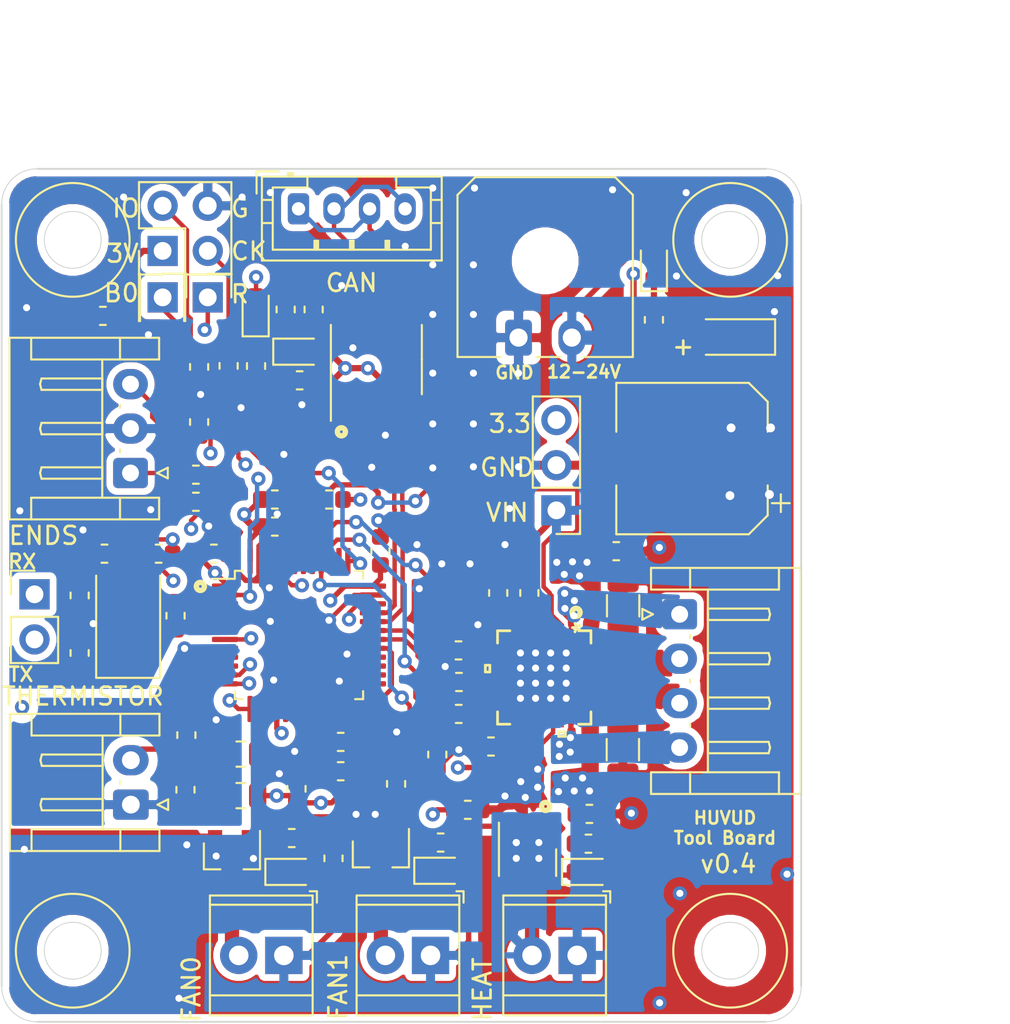
<source format=kicad_pcb>
(kicad_pcb (version 20171130) (host pcbnew "(5.1.5)-3")
  (layers (0 F.Cu signal) (1 In1.Cu signal) (2 In2.Cu signal) (31 B.Cu power) (34 B.Paste user) (35 F.Paste user) (36 B.SilkS user) (37 F.SilkS user) (38 B.Mask user hide) (39 F.Mask user) (44 Edge.Cuts user))
  (net 0 "")
  (net 1 GNDA)
  (net 2 GND)
  (net 3 ST_VS)
  (net 4 "Net-(C3-Pad1)")
  (net 5 "Net-(C4-Pad1)")
  (net 6 "Net-(C5-Pad1)")
  (net 7 "Net-(C5-Pad2)")
  (net 8 +3V3)
  (net 9 "Net-(C12-Pad2)")
  (net 10 "Net-(C13-Pad2)")
  (net 11 "Net-(D1-Pad1)")
  (net 12 "Net-(D1-Pad2)")
  (net 13 "Net-(D2-Pad1)")
  (net 14 "Net-(D2-Pad2)")
  (net 15 "Net-(D3-Pad2)")
  (net 16 "Net-(D3-Pad1)")
  (net 17 AREF)
  (net 18 THERM)
  (net 19 "Net-(R17-Pad1)")
  (net 20 ST_EN)
  (net 21 PARTFAN)
  (net 22 HEATERFAN)
  (net 23 HEATER)
  (net 24 ST_STEP)
  (net 25 ST_DIR)
  (net 26 ST_DIAG)
  (net 27 "Net-(D6-Pad1)")
  (net 28 "Net-(D8-Pad1)")
  (net 29 "Net-(J3-Pad2)")
  (net 30 SWCLK)
  (net 31 SWDIO)
  (net 32 "Net-(J10-Pad1)")
  (net 33 "Net-(J10-Pad2)")
  (net 34 "Net-(R6-Pad1)")
  (net 35 CANRX)
  (net 36 CANTX)
  (net 37 "Net-(D5-Pad1)")
  (net 38 ENDSTOP)
  (net 39 LED0)
  (net 40 BRA)
  (net 41 BRB)
  (net 42 "Net-(J9-Pad1)")
  (net 43 "Net-(J9-Pad2)")
  (net 44 "Net-(J9-Pad3)")
  (net 45 "Net-(J9-Pad4)")
  (net 46 /BOOT0)
  (net 47 /NRST)
  (net 48 UA1_TX)
  (net 49 UA1_RX)
  (net 50 ST_UART_TX)
  (net 51 ST_UART_RX)
  (module Connector_PinHeader_2.54mm:PinHeader_1x03_P2.54mm_Vertical (layer F.Cu) (at 214.2236 118.7196 180)
    (fp_text reference J1 hide)
    (fp_text value SwReg)
    (pad 1 thru_hole rect (at 0 0 180) (size 1.7 1.7) (drill 1) (layers *.Cu *.Mask) (net 3 ST_VS))
    (pad 2 thru_hole oval (at 0 2.54 180) (size 1.7 1.7) (drill 1) (layers *.Cu *.Mask) (net 2 GND))
    (pad 3 thru_hole oval (at 0 5.08 180) (size 1.7 1.7) (drill 1) (layers *.Cu *.Mask) (net 8 +3V3))
  )
  (module Connector_JST:JST_PH_B4B-PH-K_1x04_P2.00mm_Vertical (layer F.Cu) (at 199.7075 101.7524)
    (fp_text reference J10 hide)
    (fp_text value Conn_01x04_Male)
    (pad 4 thru_hole oval (at 6 0) (size 1.2 1.75) (drill 0.75) (layers *.Cu *.Mask) (net 33 "Net-(J10-Pad2)"))
    (pad 3 thru_hole oval (at 4 0) (size 1.2 1.75) (drill 0.75) (layers *.Cu *.Mask) (net 32 "Net-(J10-Pad1)"))
    (pad 2 thru_hole oval (at 2 0) (size 1.2 1.75) (drill 0.75) (layers *.Cu *.Mask) (net 33 "Net-(J10-Pad2)"))
    (pad 1 thru_hole roundrect (at 0 0) (size 1.2 1.75) (drill 0.75) (layers *.Cu *.Mask) (roundrect_rratio 0.208333) (net 32 "Net-(J10-Pad1)"))
  )
  (module Huvud:DFN-8-1EP_3x3mm_P0.65mm_EP1.7x2.05mm (layer F.Cu) (at 212.598 137.795 270)
    (fp_text reference Q4 hide)
    (fp_text value AON7418)
    (pad 3 smd rect (at 0 0 270) (size 1.7 2.05) (layers F.Cu F.Mask) (net 16 "Net-(D3-Pad1)"))
    (pad 3 smd roundrect (at 1.45 -0.975 270) (size 0.8 0.3) (layers F.Cu F.Paste F.Mask) (net 16 "Net-(D3-Pad1)"))
    (pad 3 smd roundrect (at 1.45 -0.325 270) (size 0.8 0.3) (layers F.Cu F.Paste F.Mask) (net 16 "Net-(D3-Pad1)"))
    (pad 3 smd roundrect (at 1.45 0.325 270) (size 0.8 0.3) (layers F.Cu F.Paste F.Mask) (net 16 "Net-(D3-Pad1)"))
    (pad 3 smd roundrect (at 1.45 0.975 270) (size 0.8 0.3) (layers F.Cu F.Paste F.Mask) (net 16 "Net-(D3-Pad1)"))
    (pad 2 smd roundrect (at -1.45 0.975 270) (size 0.8 0.3) (layers F.Cu F.Paste F.Mask) (net 23 HEATER))
    (pad 1 smd roundrect (at -1.45 0.325 270) (size 0.8 0.3) (layers F.Cu F.Paste F.Mask) (net 2 GND))
    (pad 1 smd roundrect (at -1.45 -0.325 270) (size 0.8 0.3) (layers F.Cu F.Paste F.Mask) (net 2 GND))
    (pad 1 smd roundrect (at -1.45 -0.975 270) (size 0.8 0.3) (layers F.Cu F.Paste F.Mask) (net 2 GND))
  )
  (module LED_SMD:LED_0603_1608Metric (layer F.Cu) (at 219.71 104.902 90)
    (fp_text reference D6 hide)
    (fp_text value LED)
    (pad 1 smd roundrect (at -0.7875 0 90) (size 0.875 0.95) (layers F.Cu F.Paste F.Mask) (net 27 "Net-(D6-Pad1)"))
    (pad 2 smd roundrect (at 0.7875 0 90) (size 0.875 0.95) (layers F.Cu F.Paste F.Mask) (net 3 ST_VS))
  )
  (module Capacitor_SMD:C_0603_1608Metric (layer F.Cu) (at 210.947 123.3678 90)
    (fp_text reference C3 hide)
    (fp_text value 100nF/50V)
    (pad 2 smd roundrect (at 0.7875 0 90) (size 0.875 0.95) (layers F.Cu F.Paste F.Mask) (net 3 ST_VS))
    (pad 1 smd roundrect (at -0.7875 0 90) (size 0.875 0.95) (layers F.Cu F.Paste F.Mask) (net 4 "Net-(C3-Pad1)"))
  )
  (module Capacitor_SMD:C_0603_1608Metric (layer F.Cu) (at 208.7118 126.6008 180)
    (fp_text reference C4 hide)
    (fp_text value 4.7uF)
    (pad 1 smd roundrect (at -0.7875 0 180) (size 0.875 0.95) (layers F.Cu F.Paste F.Mask) (net 5 "Net-(C4-Pad1)"))
    (pad 2 smd roundrect (at 0.7875 0 180) (size 0.875 0.95) (layers F.Cu F.Paste F.Mask) (net 2 GND))
  )
  (module Capacitor_SMD:C_0603_1608Metric (layer F.Cu) (at 212.6996 123.3678 90)
    (fp_text reference C5 hide)
    (fp_text value 22nf/50V)
    (pad 1 smd roundrect (at -0.7875 0 90) (size 0.875 0.95) (layers F.Cu F.Paste F.Mask) (net 6 "Net-(C5-Pad1)"))
    (pad 2 smd roundrect (at 0.7875 0 90) (size 0.875 0.95) (layers F.Cu F.Paste F.Mask) (net 7 "Net-(C5-Pad2)"))
  )
  (module Capacitor_SMD:C_0603_1608Metric (layer F.Cu) (at 217.59164 121.0183)
    (fp_text reference C6 hide)
    (fp_text value 100nf/50V)
    (pad 2 smd roundrect (at 0.7875 0) (size 0.875 0.95) (layers F.Cu F.Paste F.Mask) (net 2 GND))
    (pad 1 smd roundrect (at -0.7875 0) (size 0.875 0.95) (layers F.Cu F.Paste F.Mask) (net 3 ST_VS))
  )
  (module Capacitor_SMD:C_0603_1608Metric (layer F.Cu) (at 216.0778 135.8011)
    (fp_text reference C7 hide)
    (fp_text value 100nf/50V)
    (pad 2 smd roundrect (at 0.7875 0) (size 0.875 0.95) (layers F.Cu F.Paste F.Mask) (net 2 GND))
    (pad 1 smd roundrect (at -0.7875 0) (size 0.875 0.95) (layers F.Cu F.Paste F.Mask) (net 3 ST_VS))
  )
  (module Capacitor_SMD:CP_Elec_8x10 (layer F.Cu) (at 221.85376 115.80622 180)
    (fp_text reference C8 hide)
    (fp_text value 100uF/50V)
    (pad 1 smd roundrect (at -3.25 0 180) (size 3.5 2.5) (layers F.Cu F.Paste F.Mask) (roundrect_rratio 0.1) (net 3 ST_VS))
    (pad 2 smd roundrect (at 3.25 0 180) (size 3.5 2.5) (layers F.Cu F.Paste F.Mask) (roundrect_rratio 0.1) (net 2 GND))
  )
  (module Capacitor_SMD:C_0603_1608Metric (layer F.Cu) (at 210.5406 132.0096)
    (fp_text reference C9 hide)
    (fp_text value 100nF/50V)
    (pad 2 smd roundrect (at 0.7875 0) (size 0.875 0.95) (layers F.Cu F.Paste F.Mask) (net 8 +3V3))
    (pad 1 smd roundrect (at -0.7875 0) (size 0.875 0.95) (layers F.Cu F.Paste F.Mask) (net 2 GND))
  )
  (module Capacitor_SMD:C_0603_1608Metric (layer F.Cu) (at 202.0824 133.4008 180)
    (fp_text reference C10 hide)
    (fp_text value 0.1uF)
    (pad 1 smd roundrect (at -0.7875 0 180) (size 0.875 0.95) (layers F.Cu F.Paste F.Mask) (net 8 +3V3))
    (pad 2 smd roundrect (at 0.7875 0 180) (size 0.875 0.95) (layers F.Cu F.Paste F.Mask) (net 2 GND))
  )
  (module Capacitor_SMD:C_0603_1608Metric (layer F.Cu) (at 199.5932 134.3915 270)
    (fp_text reference C11 hide)
    (fp_text value 0.1uF)
    (pad 1 smd roundrect (at -0.7875 0 270) (size 0.875 0.95) (layers F.Cu F.Paste F.Mask) (net 2 GND))
    (pad 2 smd roundrect (at 0.7875 0 270) (size 0.875 0.95) (layers F.Cu F.Paste F.Mask) (net 8 +3V3))
  )
  (module Capacitor_SMD:C_0603_1608Metric (layer F.Cu) (at 187.3885 126.746 270)
    (fp_text reference C12 hide)
    (fp_text value 22pF)
    (pad 2 smd roundrect (at 0.7875 0 270) (size 0.875 0.95) (layers F.Cu F.Paste F.Mask) (net 9 "Net-(C12-Pad2)"))
    (pad 1 smd roundrect (at -0.7875 0 270) (size 0.875 0.95) (layers F.Cu F.Paste F.Mask) (net 2 GND))
  )
  (module Capacitor_SMD:C_0603_1608Metric (layer F.Cu) (at 187.3885 123.5075 90)
    (fp_text reference C13 hide)
    (fp_text value 22pF)
    (pad 2 smd roundrect (at 0.7875 0 90) (size 0.875 0.95) (layers F.Cu F.Paste F.Mask) (net 10 "Net-(C13-Pad2)"))
    (pad 1 smd roundrect (at -0.7875 0 90) (size 0.875 0.95) (layers F.Cu F.Paste F.Mask) (net 2 GND))
  )
  (module Capacitor_SMD:C_0603_1608Metric (layer F.Cu) (at 204.3176 121.0056 90)
    (fp_text reference C17 hide)
    (fp_text value 0.1uF)
    (pad 2 smd roundrect (at 0.7875 0 90) (size 0.875 0.95) (layers F.Cu F.Paste F.Mask) (net 2 GND))
    (pad 1 smd roundrect (at -0.7875 0 90) (size 0.875 0.95) (layers F.Cu F.Paste F.Mask) (net 8 +3V3))
  )
  (module Capacitor_SMD:C_0603_1608Metric (layer F.Cu) (at 198.374 119.634)
    (fp_text reference C18 hide)
    (fp_text value 0.1uF)
    (pad 1 smd roundrect (at -0.7875 0) (size 0.875 0.95) (layers F.Cu F.Paste F.Mask) (net 8 +3V3))
    (pad 2 smd roundrect (at 0.7875 0) (size 0.875 0.95) (layers F.Cu F.Paste F.Mask) (net 2 GND))
  )
  (module Capacitor_SMD:C_0603_1608Metric (layer F.Cu) (at 188.7855 121.158)
    (fp_text reference C19 hide)
    (fp_text value 0.1uF)
    (pad 1 smd roundrect (at -0.7875 0) (size 0.875 0.95) (layers F.Cu F.Paste F.Mask) (net 2 GND))
    (pad 2 smd roundrect (at 0.7875 0) (size 0.875 0.95) (layers F.Cu F.Paste F.Mask) (net 47 /NRST))
  )
  (module LED_SMD:LED_0603_1608Metric (layer F.Cu) (at 207.7085 139.0015)
    (fp_text reference D1 hide)
    (fp_text value LED)
    (pad 1 smd roundrect (at -0.7875 0) (size 0.875 0.95) (layers F.Cu F.Paste F.Mask) (net 11 "Net-(D1-Pad1)"))
    (pad 2 smd roundrect (at 0.7875 0) (size 0.875 0.95) (layers F.Cu F.Paste F.Mask) (net 12 "Net-(D1-Pad2)"))
  )
  (module LED_SMD:LED_0603_1608Metric (layer F.Cu) (at 199.3265 139.065)
    (fp_text reference D2 hide)
    (fp_text value LED)
    (pad 1 smd roundrect (at -0.7875 0) (size 0.875 0.95) (layers F.Cu F.Paste F.Mask) (net 13 "Net-(D2-Pad1)"))
    (pad 2 smd roundrect (at 0.7875 0) (size 0.875 0.95) (layers F.Cu F.Paste F.Mask) (net 14 "Net-(D2-Pad2)"))
  )
  (module LED_SMD:LED_0603_1608Metric (layer F.Cu) (at 216.027 139.065)
    (fp_text reference D3 hide)
    (fp_text value LED)
    (pad 2 smd roundrect (at 0.7875 0) (size 0.875 0.95) (layers F.Cu F.Paste F.Mask) (net 15 "Net-(D3-Pad2)"))
    (pad 1 smd roundrect (at -0.7875 0) (size 0.875 0.95) (layers F.Cu F.Paste F.Mask) (net 16 "Net-(D3-Pad1)"))
  )
  (module Connector_JST:JST_EH_S2B-EH_1x02_P2.50mm_Horizontal (layer F.Cu) (at 190.2714 135.2804 90)
    (fp_text reference J3 hide)
    (fp_text value HeaterThermistor)
    (pad 1 thru_hole roundrect (at 0 0 90) (size 1.7 2) (drill 1) (layers *.Cu *.Mask) (roundrect_rratio 0.147059) (net 1 GNDA))
    (pad 2 thru_hole oval (at 2.5 0 90) (size 1.7 2) (drill 1) (layers *.Cu *.Mask) (net 29 "Net-(J3-Pad2)"))
  )
  (module Connector_Molex:Molex_Micro-Fit_3.0_43650-0200_1x02_P3.00mm_Horizontal (layer F.Cu) (at 212.09 109)
    (fp_text reference J8 hide)
    (fp_text value Conn_01x02)
    (pad "" np_thru_hole circle (at 1.5 -4.32) (size 3 3) (drill 3) (layers *.Cu *.Mask))
    (pad 1 thru_hole roundrect (at 0 0) (size 1.5 2.02) (drill 1.02) (layers *.Cu *.Mask) (roundrect_rratio 0.166667) (net 2 GND))
    (pad 2 thru_hole oval (at 3 0) (size 1.5 2.02) (drill 1.02) (layers *.Cu *.Mask) (net 3 ST_VS))
  )
  (module Connector_JST:JST_EH_S4B-EH_1x04_P2.50mm_Horizontal (layer F.Cu) (at 221.1578 124.5688 270)
    (fp_text reference J9 hide)
    (fp_text value Stepper)
    (pad 1 thru_hole roundrect (at 0 0 270) (size 1.7 1.95) (drill 0.95) (layers *.Cu *.Mask) (roundrect_rratio 0.147059) (net 42 "Net-(J9-Pad1)"))
    (pad 2 thru_hole oval (at 2.5 0 270) (size 1.7 1.95) (drill 0.95) (layers *.Cu *.Mask) (net 43 "Net-(J9-Pad2)"))
    (pad 3 thru_hole oval (at 5 0 270) (size 1.7 1.95) (drill 0.95) (layers *.Cu *.Mask) (net 44 "Net-(J9-Pad3)"))
    (pad 4 thru_hole oval (at 7.5 0 270) (size 1.7 1.95) (drill 0.95) (layers *.Cu *.Mask) (net 45 "Net-(J9-Pad4)"))
  )
  (module Package_TO_SOT_SMD:SOT-23 (layer F.Cu) (at 204.343 138.049 270)
    (fp_text reference Q1 hide)
    (fp_text value AO3400A)
    (pad 3 smd rect (at 1 0 270) (size 0.9 0.8) (layers F.Cu F.Paste F.Mask) (net 11 "Net-(D1-Pad1)"))
    (pad 2 smd rect (at -1 0.95 270) (size 0.9 0.8) (layers F.Cu F.Paste F.Mask) (net 2 GND))
    (pad 1 smd rect (at -1 -0.95 270) (size 0.9 0.8) (layers F.Cu F.Paste F.Mask) (net 21 PARTFAN))
  )
  (module Package_TO_SOT_SMD:SOT-23 (layer F.Cu) (at 195.961 138.16 270)
    (fp_text reference Q2 hide)
    (fp_text value AO3400A)
    (pad 1 smd rect (at -1 -0.95 270) (size 0.9 0.8) (layers F.Cu F.Paste F.Mask) (net 22 HEATERFAN))
    (pad 2 smd rect (at -1 0.95 270) (size 0.9 0.8) (layers F.Cu F.Paste F.Mask) (net 2 GND))
    (pad 3 smd rect (at 1 0 270) (size 0.9 0.8) (layers F.Cu F.Paste F.Mask) (net 13 "Net-(D2-Pad1)"))
  )
  (module Resistor_SMD:R_0603_1608Metric (layer F.Cu) (at 191.8335 121.158)
    (fp_text reference R1 hide)
    (fp_text value 4.7k)
    (pad 2 smd roundrect (at 0.7875 0) (size 0.875 0.95) (layers F.Cu F.Paste F.Mask) (net 47 /NRST))
    (pad 1 smd roundrect (at -0.7875 0) (size 0.875 0.95) (layers F.Cu F.Paste F.Mask) (net 8 +3V3))
  )
  (module Resistor_SMD:R_0603_1608Metric (layer F.Cu) (at 193.3448 134.4423 90)
    (fp_text reference R2 hide)
    (fp_text value "4.7k 1%")
    (pad 1 smd roundrect (at -0.7875 0 90) (size 0.875 0.95) (layers F.Cu F.Paste F.Mask) (net 29 "Net-(J3-Pad2)"))
    (pad 2 smd roundrect (at 0.7875 0 90) (size 0.875 0.95) (layers F.Cu F.Paste F.Mask) (net 17 AREF))
  )
  (module Resistor_SMD:R_0603_1608Metric (layer F.Cu) (at 193.3956 131.3688 270)
    (fp_text reference R5 hide)
    (fp_text value 10k)
    (pad 2 smd roundrect (at 0.7875 0 270) (size 0.875 0.95) (layers F.Cu F.Paste F.Mask) (net 29 "Net-(J3-Pad2)"))
    (pad 1 smd roundrect (at -0.7875 0 270) (size 0.875 0.95) (layers F.Cu F.Paste F.Mask) (net 18 THERM))
  )
  (module Resistor_SMD:R_0603_1608Metric (layer F.Cu) (at 205.2 134.112 270)
    (fp_text reference R8 hide)
    (fp_text value 10k)
    (pad 2 smd roundrect (at 0.7875 0 270) (size 0.875 0.95) (layers F.Cu F.Paste F.Mask) (net 21 PARTFAN))
    (pad 1 smd roundrect (at -0.7875 0 270) (size 0.875 0.95) (layers F.Cu F.Paste F.Mask) (net 2 GND))
  )
  (module Resistor_SMD:R_0603_1608Metric (layer F.Cu) (at 192.786 124.6505 90)
    (fp_text reference R9 hide)
    (fp_text value 1M)
    (pad 1 smd roundrect (at -0.7875 0 90) (size 0.875 0.95) (layers F.Cu F.Paste F.Mask) (net 9 "Net-(C12-Pad2)"))
    (pad 2 smd roundrect (at 0.7875 0 90) (size 0.875 0.95) (layers F.Cu F.Paste F.Mask) (net 10 "Net-(C13-Pad2)"))
  )
  (module Resistor_SMD:R_0603_1608Metric (layer F.Cu) (at 199.3265 137.16 180)
    (fp_text reference R10 hide)
    (fp_text value 10k)
    (pad 2 smd roundrect (at 0.7875 0 180) (size 0.875 0.95) (layers F.Cu F.Paste F.Mask) (net 22 HEATERFAN))
    (pad 1 smd roundrect (at -0.7875 0 180) (size 0.875 0.95) (layers F.Cu F.Paste F.Mask) (net 2 GND))
  )
  (module Resistor_SMD:R_0603_1608Metric (layer F.Cu) (at 209.2325 135.5725 180)
    (fp_text reference R12 hide)
    (fp_text value 10k)
    (pad 1 smd roundrect (at -0.7875 0 180) (size 0.875 0.95) (layers F.Cu F.Paste F.Mask) (net 2 GND))
    (pad 2 smd roundrect (at 0.7875 0 180) (size 0.875 0.95) (layers F.Cu F.Paste F.Mask) (net 23 HEATER))
  )
  (module Resistor_SMD:R_0603_1608Metric (layer F.Cu) (at 207.7085 137.414 180)
    (fp_text reference R13 hide)
    (fp_text value 4.7k)
    (pad 1 smd roundrect (at -0.7875 0 180) (size 0.875 0.95) (layers F.Cu F.Paste F.Mask) (net 3 ST_VS))
    (pad 2 smd roundrect (at 0.7875 0 180) (size 0.875 0.95) (layers F.Cu F.Paste F.Mask) (net 12 "Net-(D1-Pad2)"))
  )
  (module Resistor_SMD:R_0603_1608Metric (layer F.Cu) (at 201.676 138.303 90)
    (fp_text reference R14 hide)
    (fp_text value 4.7k)
    (pad 2 smd roundrect (at 0.7875 0 90) (size 0.875 0.95) (layers F.Cu F.Paste F.Mask) (net 14 "Net-(D2-Pad2)"))
    (pad 1 smd roundrect (at -0.7875 0 90) (size 0.875 0.95) (layers F.Cu F.Paste F.Mask) (net 3 ST_VS))
  )
  (module Resistor_SMD:R_0603_1608Metric (layer F.Cu) (at 216.027 137.4775 180)
    (fp_text reference R15 hide)
    (fp_text value 4.7k)
    (pad 1 smd roundrect (at -0.7875 0 180) (size 0.875 0.95) (layers F.Cu F.Paste F.Mask) (net 3 ST_VS))
    (pad 2 smd roundrect (at 0.7875 0 180) (size 0.875 0.95) (layers F.Cu F.Paste F.Mask) (net 15 "Net-(D3-Pad2)"))
  )
  (module Resistor_SMD:R_0603_1608Metric (layer F.Cu) (at 208.7373 128.3788 180)
    (fp_text reference R17 hide)
    (fp_text value 20k)
    (pad 1 smd roundrect (at -0.7875 0 180) (size 0.875 0.95) (layers F.Cu F.Paste F.Mask) (net 19 "Net-(R17-Pad1)"))
    (pad 2 smd roundrect (at 0.7875 0 180) (size 0.875 0.95) (layers F.Cu F.Paste F.Mask) (net 2 GND))
  )
  (module Resistor_SMD:R_0603_1608Metric (layer F.Cu) (at 201.422 118.11 180)
    (fp_text reference R18 hide)
    (fp_text value 20k)
    (pad 2 smd roundrect (at 0.7875 0 180) (size 0.875 0.95) (layers F.Cu F.Paste F.Mask) (net 20 ST_EN))
    (pad 1 smd roundrect (at -0.7875 0 180) (size 0.875 0.95) (layers F.Cu F.Paste F.Mask) (net 8 +3V3))
  )
  (module TMC2209:TMC2209-LA (layer F.Cu) (at 213.5378 128.1248 270)
    (fp_text reference U2 hide)
    (fp_text value TMC2209-LA hide)
    (fp_text user * (at -2.8067 -2.131 90) (layer F.SilkS))
    (fp_text user * (at -2.8067 -2.131 90) (layer F.SilkS))
    (pad 1 smd rect (at -2.4257 -1.5) (size 0.2032 0.762) (layers F.Cu F.Paste F.Mask) (net 42 "Net-(J9-Pad1)"))
    (pad 2 smd rect (at -2.4257 -1.000001) (size 0.2032 0.762) (layers F.Cu F.Paste F.Mask) (net 20 ST_EN))
    (pad 3 smd rect (at -2.4257 -0.499999) (size 0.2032 0.762) (layers F.Cu F.Paste F.Mask) (net 2 GND))
    (pad 4 smd rect (at -2.4257 0) (size 0.2032 0.762) (layers F.Cu F.Paste F.Mask) (net 7 "Net-(C5-Pad2)"))
    (pad 5 smd rect (at -2.4257 0.499999) (size 0.2032 0.762) (layers F.Cu F.Paste F.Mask) (net 6 "Net-(C5-Pad1)"))
    (pad 6 smd rect (at -2.4257 1.000001) (size 0.2032 0.762) (layers F.Cu F.Paste F.Mask) (net 4 "Net-(C3-Pad1)"))
    (pad 7 smd rect (at -2.4257 1.5) (size 0.2032 0.762) (layers F.Cu F.Paste F.Mask) (net 2 GND))
    (pad 8 smd rect (at -1.5 2.4257 270) (size 0.2032 0.762) (layers F.Cu F.Paste F.Mask) (net 5 "Net-(C4-Pad1)"))
    (pad 9 smd rect (at -1.000001 2.4257 270) (size 0.2032 0.762) (layers F.Cu F.Paste F.Mask) (net 2 GND))
    (pad 10 smd rect (at -0.499999 2.4257 270) (size 0.2032 0.762) (layers F.Cu F.Paste F.Mask) (net 2 GND))
    (pad 11 smd rect (at 0 2.4257 270) (size 0.2032 0.762) (layers F.Cu F.Paste F.Mask) (net 26 ST_DIAG))
    (pad 12 smd rect (at 0.499999 2.4257 270) (size 0.2032 0.762) (layers F.Cu F.Paste F.Mask))
    (pad 13 smd rect (at 1.000001 2.4257 270) (size 0.2032 0.762) (layers F.Cu F.Paste F.Mask) (net 19 "Net-(R17-Pad1)"))
    (pad 14 smd rect (at 1.5 2.4257 270) (size 0.2032 0.762) (layers F.Cu F.Paste F.Mask) (net 51 ST_UART_RX))
    (pad 15 smd rect (at 2.4257 1.5) (size 0.2032 0.762) (layers F.Cu F.Paste F.Mask) (net 8 +3V3))
    (pad 16 smd rect (at 2.4257 1.000001) (size 0.2032 0.762) (layers F.Cu F.Paste F.Mask) (net 24 ST_STEP))
    (pad 17 smd rect (at 2.4257 0.499999) (size 0.2032 0.762) (layers F.Cu F.Paste F.Mask))
    (pad 18 smd rect (at 2.4257 0) (size 0.2032 0.762) (layers F.Cu F.Paste F.Mask) (net 2 GND))
    (pad 19 smd rect (at 2.4257 -0.499999) (size 0.2032 0.762) (layers F.Cu F.Paste F.Mask) (net 25 ST_DIR))
    (pad 20 smd rect (at 2.4257 -1.000001) (size 0.2032 0.762) (layers F.Cu F.Paste F.Mask) (net 2 GND))
    (pad 21 smd rect (at 2.4257 -1.5) (size 0.2032 0.762) (layers F.Cu F.Paste F.Mask) (net 45 "Net-(J9-Pad4)"))
    (pad 22 smd rect (at 1.5 -2.4257 270) (size 0.2032 0.762) (layers F.Cu F.Paste F.Mask) (net 3 ST_VS))
    (pad 23 smd rect (at 1.000001 -2.4257 270) (size 0.2032 0.762) (layers F.Cu F.Paste F.Mask) (net 40 BRA))
    (pad 24 smd rect (at 0.499999 -2.4257 270) (size 0.2032 0.762) (layers F.Cu F.Paste F.Mask) (net 44 "Net-(J9-Pad3)"))
    (pad 25 smd rect (at 0 -2.4257 270) (size 0.2032 0.762) (layers F.Cu F.Paste F.Mask))
    (pad 26 smd rect (at -0.499999 -2.4257 270) (size 0.2032 0.762) (layers F.Cu F.Paste F.Mask) (net 43 "Net-(J9-Pad2)"))
    (pad 27 smd rect (at -1.000001 -2.4257 270) (size 0.2032 0.762) (layers F.Cu F.Paste F.Mask) (net 41 BRB))
    (pad 28 smd rect (at -1.5 -2.4257 270) (size 0.2032 0.762) (layers F.Cu F.Paste F.Mask) (net 3 ST_VS))
    (pad 29 smd rect (at 0 0 270) (size 3.8 3.8) (layers F.Cu F.Paste F.Mask) (net 2 GND))
  )
  (module Crystal:Crystal_SMD_5032-2Pin_5.0x3.2mm (layer F.Cu) (at 190.119 125.095 90)
    (fp_text reference Y1 hide)
    (fp_text value 8Mhz)
    (pad 1 smd rect (at -1.85 0 90) (size 2 2.4) (layers F.Cu F.Paste F.Mask) (net 9 "Net-(C12-Pad2)"))
    (pad 2 smd rect (at 1.85 0 90) (size 2 2.4) (layers F.Cu F.Paste F.Mask) (net 10 "Net-(C13-Pad2)"))
  )
  (module LED_SMD:LED_0603_1608Metric (layer F.Cu) (at 199.771 109.7915)
    (fp_text reference D8 hide)
    (fp_text value LED)
    (pad 1 smd roundrect (at -0.7875 0) (size 0.875 0.95) (layers F.Cu F.Paste F.Mask) (net 28 "Net-(D8-Pad1)"))
    (pad 2 smd roundrect (at 0.7875 0) (size 0.875 0.95) (layers F.Cu F.Paste F.Mask) (net 8 +3V3))
  )
  (module Resistor_SMD:R_0603_1608Metric (layer F.Cu) (at 219.71 108 270)
    (fp_text reference R11 hide)
    (fp_text value 4.7k)
    (pad 1 smd roundrect (at -0.7875 0 270) (size 0.875 0.95) (layers F.Cu F.Paste F.Mask) (net 27 "Net-(D6-Pad1)"))
    (pad 2 smd roundrect (at 0.7875 0 270) (size 0.875 0.95) (layers F.Cu F.Paste F.Mask) (net 2 GND))
  )
  (module Resistor_SMD:R_0603_1608Metric (layer F.Cu) (at 198.9836 107.4166 90)
    (fp_text reference R20 hide)
    (fp_text value 470)
    (pad 1 smd roundrect (at -0.7875 0 90) (size 0.875 0.95) (layers F.Cu F.Paste F.Mask) (net 28 "Net-(D8-Pad1)"))
    (pad 2 smd roundrect (at 0.7875 0 90) (size 0.875 0.95) (layers F.Cu F.Paste F.Mask) (net 2 GND))
  )
  (module Capacitor_SMD:C_0603_1608Metric (layer F.Cu) (at 198.374 118.11)
    (fp_text reference C1 hide)
    (fp_text value 4.7uF)
    (pad 1 smd roundrect (at -0.7875 0) (size 0.875 0.95) (layers F.Cu F.Paste F.Mask) (net 8 +3V3))
    (pad 2 smd roundrect (at 0.7875 0) (size 0.875 0.95) (layers F.Cu F.Paste F.Mask) (net 2 GND))
  )
  (module Capacitor_SMD:C_0603_1608Metric (layer F.Cu) (at 188.6966 107.77728 180)
    (fp_text reference C24 hide)
    (fp_text value 0.1uF)
    (pad 1 smd roundrect (at -0.7875 0 180) (size 0.875 0.95) (layers F.Cu F.Paste F.Mask) (net 8 +3V3))
    (pad 2 smd roundrect (at 0.7875 0 180) (size 0.875 0.95) (layers F.Cu F.Paste F.Mask) (net 2 GND))
  )
  (module Resistor_SMD:R_0603_1608Metric (layer F.Cu) (at 195.77304 110.5916 90)
    (fp_text reference R21 hide)
    (fp_text value 10k)
    (pad 1 smd roundrect (at -0.7875 0 90) (size 0.875 0.95) (layers F.Cu F.Paste F.Mask) (net 2 GND))
    (pad 2 smd roundrect (at 0.7875 0 90) (size 0.875 0.95) (layers F.Cu F.Paste F.Mask) (net 30 SWCLK))
  )
  (module Resistor_SMD:R_0603_1608Metric (layer F.Cu) (at 194.11442 110.64748 90)
    (fp_text reference R22 hide)
    (fp_text value 10k)
    (pad 2 smd roundrect (at 0.7875 0 90) (size 0.875 0.95) (layers F.Cu F.Paste F.Mask) (net 31 SWDIO))
    (pad 1 smd roundrect (at -0.7875 0 90) (size 0.875 0.95) (layers F.Cu F.Paste F.Mask) (net 2 GND))
  )
  (module Resistor_SMD:R_0603_1608Metric (layer F.Cu) (at 194.11442 113.74882 270)
    (fp_text reference R23 hide)
    (fp_text value 10k)
    (pad 1 smd roundrect (at -0.7875 0 270) (size 0.875 0.95) (layers F.Cu F.Paste F.Mask) (net 2 GND))
    (pad 2 smd roundrect (at 0.7875 0 270) (size 0.875 0.95) (layers F.Cu F.Paste F.Mask) (net 46 /BOOT0))
  )
  (module Capacitor_SMD:C_0603_1608Metric (layer F.Cu) (at 194.945 121.158)
    (fp_text reference C26 hide)
    (fp_text value 0.1uF)
    (pad 1 smd roundrect (at -0.7875 0) (size 0.875 0.95) (layers F.Cu F.Paste F.Mask) (net 8 +3V3))
    (pad 2 smd roundrect (at 0.7875 0) (size 0.875 0.95) (layers F.Cu F.Paste F.Mask) (net 2 GND))
  )
  (module Capacitor_SMD:C_0603_1608Metric (layer F.Cu) (at 202.0824 131.7498 180)
    (fp_text reference C27 hide)
    (fp_text value 4.7uF)
    (pad 1 smd roundrect (at -0.7875 0 180) (size 0.875 0.95) (layers F.Cu F.Paste F.Mask) (net 8 +3V3))
    (pad 2 smd roundrect (at 0.7875 0 180) (size 0.875 0.95) (layers F.Cu F.Paste F.Mask) (net 2 GND))
  )
  (module Package_QFP:LQFP-48_7x7mm_P0.5mm (layer F.Cu) (at 199.7336 125.7331)
    (fp_text reference U5 hide)
    (fp_text value STM32F042C6T6)
    (pad 1 smd roundrect (at -4.1625 -2.75) (size 1.475 0.3) (layers F.Cu F.Paste F.Mask) (net 8 +3V3))
    (pad 2 smd roundrect (at -4.1625 -2.25) (size 1.475 0.3) (layers F.Cu F.Paste F.Mask) (net 39 LED0))
    (pad 3 smd roundrect (at -4.1625 -1.75) (size 1.475 0.3) (layers F.Cu F.Paste F.Mask))
    (pad 4 smd roundrect (at -4.1625 -1.25) (size 1.475 0.3) (layers F.Cu F.Paste F.Mask))
    (pad 5 smd roundrect (at -4.1625 -0.75) (size 1.475 0.3) (layers F.Cu F.Paste F.Mask) (net 10 "Net-(C13-Pad2)"))
    (pad 6 smd roundrect (at -4.1625 -0.25) (size 1.475 0.3) (layers F.Cu F.Paste F.Mask) (net 9 "Net-(C12-Pad2)"))
    (pad 7 smd roundrect (at -4.1625 0.25) (size 1.475 0.3) (layers F.Cu F.Paste F.Mask) (net 47 /NRST))
    (pad 8 smd roundrect (at -4.1625 0.75) (size 1.475 0.3) (layers F.Cu F.Paste F.Mask) (net 1 GNDA))
    (pad 9 smd roundrect (at -4.1625 1.25) (size 1.475 0.3) (layers F.Cu F.Paste F.Mask) (net 17 AREF))
    (pad 10 smd roundrect (at -4.1625 1.75) (size 1.475 0.3) (layers F.Cu F.Paste F.Mask) (net 18 THERM))
    (pad 11 smd roundrect (at -4.1625 2.25) (size 1.475 0.3) (layers F.Cu F.Paste F.Mask) (net 38 ENDSTOP))
    (pad 12 smd roundrect (at -4.1625 2.75) (size 1.475 0.3) (layers F.Cu F.Paste F.Mask) (net 48 UA1_TX))
    (pad 13 smd roundrect (at -2.75 4.1625) (size 0.3 1.475) (layers F.Cu F.Paste F.Mask) (net 49 UA1_RX))
    (pad 14 smd roundrect (at -2.25 4.1625) (size 0.3 1.475) (layers F.Cu F.Paste F.Mask))
    (pad 15 smd roundrect (at -1.75 4.1625) (size 0.3 1.475) (layers F.Cu F.Paste F.Mask))
    (pad 16 smd roundrect (at -1.25 4.1625) (size 0.3 1.475) (layers F.Cu F.Paste F.Mask) (net 23 HEATER))
    (pad 17 smd roundrect (at -0.75 4.1625) (size 0.3 1.475) (layers F.Cu F.Paste F.Mask) (net 22 HEATERFAN))
    (pad 18 smd roundrect (at -0.25 4.1625) (size 0.3 1.475) (layers F.Cu F.Paste F.Mask))
    (pad 19 smd roundrect (at 0.25 4.1625) (size 0.3 1.475) (layers F.Cu F.Paste F.Mask))
    (pad 20 smd roundrect (at 0.75 4.1625) (size 0.3 1.475) (layers F.Cu F.Paste F.Mask))
    (pad 21 smd roundrect (at 1.25 4.1625) (size 0.3 1.475) (layers F.Cu F.Paste F.Mask))
    (pad 22 smd roundrect (at 1.75 4.1625) (size 0.3 1.475) (layers F.Cu F.Paste F.Mask))
    (pad 23 smd roundrect (at 2.25 4.1625) (size 0.3 1.475) (layers F.Cu F.Paste F.Mask) (net 2 GND))
    (pad 24 smd roundrect (at 2.75 4.1625) (size 0.3 1.475) (layers F.Cu F.Paste F.Mask) (net 8 +3V3))
    (pad 25 smd roundrect (at 4.1625 2.75) (size 1.475 0.3) (layers F.Cu F.Paste F.Mask))
    (pad 26 smd roundrect (at 4.1625 2.25) (size 1.475 0.3) (layers F.Cu F.Paste F.Mask))
    (pad 27 smd roundrect (at 4.1625 1.75) (size 1.475 0.3) (layers F.Cu F.Paste F.Mask))
    (pad 28 smd roundrect (at 4.1625 1.25) (size 1.475 0.3) (layers F.Cu F.Paste F.Mask))
    (pad 29 smd roundrect (at 4.1625 0.75) (size 1.475 0.3) (layers F.Cu F.Paste F.Mask) (net 21 PARTFAN))
    (pad 30 smd roundrect (at 4.1625 0.25) (size 1.475 0.3) (layers F.Cu F.Paste F.Mask) (net 50 ST_UART_TX))
    (pad 31 smd roundrect (at 4.1625 -0.25) (size 1.475 0.3) (layers F.Cu F.Paste F.Mask) (net 51 ST_UART_RX))
    (pad 32 smd roundrect (at 4.1625 -0.75) (size 1.475 0.3) (layers F.Cu F.Paste F.Mask) (net 35 CANRX))
    (pad 33 smd roundrect (at 4.1625 -1.25) (size 1.475 0.3) (layers F.Cu F.Paste F.Mask) (net 36 CANTX))
    (pad 34 smd roundrect (at 4.1625 -1.75) (size 1.475 0.3) (layers F.Cu F.Paste F.Mask) (net 31 SWDIO))
    (pad 35 smd roundrect (at 4.1625 -2.25) (size 1.475 0.3) (layers F.Cu F.Paste F.Mask) (net 2 GND))
    (pad 36 smd roundrect (at 4.1625 -2.75) (size 1.475 0.3) (layers F.Cu F.Paste F.Mask) (net 8 +3V3))
    (pad 37 smd roundrect (at 2.75 -4.1625) (size 0.3 1.475) (layers F.Cu F.Paste F.Mask) (net 30 SWCLK))
    (pad 38 smd roundrect (at 2.25 -4.1625) (size 0.3 1.475) (layers F.Cu F.Paste F.Mask))
    (pad 39 smd roundrect (at 1.75 -4.1625) (size 0.3 1.475) (layers F.Cu F.Paste F.Mask) (net 24 ST_STEP))
    (pad 40 smd roundrect (at 1.25 -4.1625) (size 0.3 1.475) (layers F.Cu F.Paste F.Mask) (net 25 ST_DIR))
    (pad 41 smd roundrect (at 0.75 -4.1625) (size 0.3 1.475) (layers F.Cu F.Paste F.Mask) (net 26 ST_DIAG))
    (pad 42 smd roundrect (at 0.25 -4.1625) (size 0.3 1.475) (layers F.Cu F.Paste F.Mask) (net 20 ST_EN))
    (pad 43 smd roundrect (at -0.25 -4.1625) (size 0.3 1.475) (layers F.Cu F.Paste F.Mask))
    (pad 44 smd roundrect (at -0.75 -4.1625) (size 0.3 1.475) (layers F.Cu F.Paste F.Mask) (net 46 /BOOT0))
    (pad 45 smd roundrect (at -1.25 -4.1625) (size 0.3 1.475) (layers F.Cu F.Paste F.Mask))
    (pad 46 smd roundrect (at -1.75 -4.1625) (size 0.3 1.475) (layers F.Cu F.Paste F.Mask))
    (pad 47 smd roundrect (at -2.25 -4.1625) (size 0.3 1.475) (layers F.Cu F.Paste F.Mask) (net 2 GND))
    (pad 48 smd roundrect (at -2.75 -4.1625) (size 0.3 1.475) (layers F.Cu F.Paste F.Mask) (net 8 +3V3))
  )
  (module Package_SO:SOIC-8_3.9x4.9mm_P1.27mm (layer F.Cu) (at 204.089 110.236 90)
    (fp_text reference U6 hide)
    (fp_text value SN65HVD230)
    (pad 1 smd roundrect (at -2.475 -1.905 90) (size 1.95 0.6) (layers F.Cu F.Paste F.Mask) (net 36 CANTX))
    (pad 2 smd roundrect (at -2.475 -0.635 90) (size 1.95 0.6) (layers F.Cu F.Paste F.Mask) (net 2 GND))
    (pad 3 smd roundrect (at -2.475 0.635 90) (size 1.95 0.6) (layers F.Cu F.Paste F.Mask) (net 8 +3V3))
    (pad 4 smd roundrect (at -2.475 1.905 90) (size 1.95 0.6) (layers F.Cu F.Paste F.Mask) (net 35 CANRX))
    (pad 5 smd roundrect (at 2.475 1.905 90) (size 1.95 0.6) (layers F.Cu F.Paste F.Mask))
    (pad 6 smd roundrect (at 2.475 0.635 90) (size 1.95 0.6) (layers F.Cu F.Paste F.Mask) (net 32 "Net-(J10-Pad1)"))
    (pad 7 smd roundrect (at 2.475 -0.635 90) (size 1.95 0.6) (layers F.Cu F.Paste F.Mask) (net 33 "Net-(J10-Pad2)"))
    (pad 8 smd roundrect (at 2.475 -1.905 90) (size 1.95 0.6) (layers F.Cu F.Paste F.Mask) (net 34 "Net-(R6-Pad1)"))
  )
  (module Capacitor_SMD:C_0603_1608Metric (layer F.Cu) (at 199.771 111.4044)
    (fp_text reference C28 hide)
    (fp_text value 0.1uF)
    (pad 1 smd roundrect (at -0.7875 0) (size 0.875 0.95) (layers F.Cu F.Paste F.Mask) (net 2 GND))
    (pad 2 smd roundrect (at 0.7875 0) (size 0.875 0.95) (layers F.Cu F.Paste F.Mask) (net 8 +3V3))
  )
  (module Resistor_SMD:R_0603_1608Metric (layer F.Cu) (at 200.5584 107.4166 90)
    (fp_text reference R6 hide)
    (fp_text value 1k)
    (pad 1 smd roundrect (at -0.7875 0 90) (size 0.875 0.95) (layers F.Cu F.Paste F.Mask) (net 34 "Net-(R6-Pad1)"))
    (pad 2 smd roundrect (at 0.7875 0 90) (size 0.875 0.95) (layers F.Cu F.Paste F.Mask) (net 2 GND))
  )
  (module Inductor_SMD:L_0805_2012Metric (layer F.Cu) (at 196.472 134.7724 180)
    (fp_text reference L1 hide)
    (fp_text value 22uH)
    (pad 2 smd roundrect (at 0.9375 0 180) (size 0.975 1.4) (layers F.Cu F.Paste F.Mask) (net 17 AREF))
    (pad 1 smd roundrect (at -0.9375 0 180) (size 0.975 1.4) (layers F.Cu F.Paste F.Mask) (net 8 +3V3))
  )
  (module Inductor_SMD:L_0805_2012Metric (layer F.Cu) (at 196.472 132.4356 180)
    (fp_text reference L2 hide)
    (fp_text value 22uH)
    (pad 1 smd roundrect (at -0.9375 0 180) (size 0.975 1.4) (layers F.Cu F.Paste F.Mask) (net 2 GND))
    (pad 2 smd roundrect (at 0.9375 0 180) (size 0.975 1.4) (layers F.Cu F.Paste F.Mask) (net 1 GNDA))
  )
  (module Connector_PinHeader_2.54mm:PinHeader_2x02_P2.54mm_Vertical (layer F.Cu) (at 192.05956 104.11968 90)
    (fp_text reference J2 hide)
    (fp_text value Conn_01x04)
    (pad 1 thru_hole rect (at 0 0 90) (size 1.7 1.7) (drill 1) (layers *.Cu *.Mask) (net 8 +3V3))
    (pad 2 thru_hole oval (at 2.54 0 90) (size 1.7 1.7) (drill 1) (layers *.Cu *.Mask) (net 31 SWDIO))
    (pad 3 thru_hole oval (at 0 2.54 90) (size 1.7 1.7) (drill 1) (layers *.Cu *.Mask) (net 30 SWCLK))
    (pad 4 thru_hole oval (at 2.54 2.54 90) (size 1.7 1.7) (drill 1) (layers *.Cu *.Mask) (net 2 GND))
  )
  (module Connector_PinHeader_2.54mm:PinHeader_1x01_P2.54mm_Vertical (layer F.Cu) (at 192.05956 106.73588 270)
    (fp_text reference TP1 hide)
    (fp_text value BOOT0)
    (pad 1 thru_hole rect (at 0 0 270) (size 1.7 1.7) (drill 1) (layers *.Cu *.Mask) (net 46 /BOOT0))
  )
  (module Connector_PinHeader_2.54mm:PinHeader_1x01_P2.54mm_Vertical (layer F.Cu) (at 194.59956 106.73588 270)
    (fp_text reference TP2 hide)
    (fp_text value NRST)
    (pad 1 thru_hole rect (at 0 0 270) (size 1.7 1.7) (drill 1) (layers *.Cu *.Mask) (net 47 /NRST))
  )
  (module Huvud:TerminalBlock_TE_282834-2_1x02_P2.54mm_Horizontal (layer F.Cu) (at 207.137 143.764 180)
    (fp_text reference J4 hide)
    (fp_text value PartFan)
    (pad 1 thru_hole rect (at 0 0 180) (size 2.1 2.1) (drill 1.1) (layers *.Cu *.Mask) (net 3 ST_VS))
    (pad 2 thru_hole circle (at 2.54 0 180) (size 2.1 2.1) (drill 1.1) (layers *.Cu *.Mask) (net 11 "Net-(D1-Pad1)"))
  )
  (module Huvud:TerminalBlock_TE_282834-2_1x02_P2.54mm_Horizontal (layer F.Cu) (at 198.882 143.764 180)
    (fp_text reference J5 hide)
    (fp_text value HeaterFan)
    (pad 2 thru_hole circle (at 2.54 0 180) (size 2.1 2.1) (drill 1.1) (layers *.Cu *.Mask) (net 13 "Net-(D2-Pad1)"))
    (pad 1 thru_hole rect (at 0 0 180) (size 2.1 2.1) (drill 1.1) (layers *.Cu *.Mask) (net 3 ST_VS))
  )
  (module Huvud:TerminalBlock_TE_282834-2_1x02_P2.54mm_Horizontal (layer F.Cu) (at 215.392 143.764 180)
    (fp_text reference J6 hide)
    (fp_text value Heater)
    (pad 1 thru_hole rect (at 0 0 180) (size 2.1 2.1) (drill 1.1) (layers *.Cu *.Mask) (net 3 ST_VS))
    (pad 2 thru_hole circle (at 2.54 0 180) (size 2.1 2.1) (drill 1.1) (layers *.Cu *.Mask) (net 16 "Net-(D3-Pad1)"))
  )
  (module Diode_SMD:D_SOD-123 (layer F.Cu) (at 224.282 108.966 180)
    (fp_text reference D4 hide)
    (fp_text value B5819W)
    (pad 1 smd rect (at -1.65 0 180) (size 0.9 1.2) (layers F.Cu F.Paste F.Mask) (net 3 ST_VS))
    (pad 2 smd rect (at 1.65 0 180) (size 0.9 1.2) (layers F.Cu F.Paste F.Mask) (net 8 +3V3))
  )
  (module LED_SMD:LED_0603_1608Metric (layer F.Cu) (at 197.2945 107.44454 90)
    (fp_text reference D5 hide)
    (fp_text value LED)
    (pad 1 smd roundrect (at -0.7875 0 90) (size 0.875 0.95) (layers F.Cu F.Paste F.Mask) (net 37 "Net-(D5-Pad1)"))
    (pad 2 smd roundrect (at 0.7875 0 90) (size 0.875 0.95) (layers F.Cu F.Paste F.Mask) (net 39 LED0))
  )
  (module Resistor_SMD:R_0603_1608Metric (layer F.Cu) (at 197.31736 110.59922 270)
    (fp_text reference R3 hide)
    (fp_text value 470)
    (pad 1 smd roundrect (at -0.7875 0 270) (size 0.875 0.95) (layers F.Cu F.Paste F.Mask) (net 37 "Net-(D5-Pad1)"))
    (pad 2 smd roundrect (at 0.7875 0 270) (size 0.875 0.95) (layers F.Cu F.Paste F.Mask) (net 2 GND))
  )
  (module Resistor_SMD:R_1206_3216Metric (layer F.Cu) (at 217.96248 132.18668 90)
    (fp_text reference R4 hide)
    (fp_text value 0.100)
    (pad 2 smd roundrect (at 1.4 0 90) (size 1.25 1.75) (layers F.Cu F.Paste F.Mask) (roundrect_rratio 0.2) (net 40 BRA))
    (pad 1 smd roundrect (at -1.4 0 90) (size 1.25 1.75) (layers F.Cu F.Paste F.Mask) (roundrect_rratio 0.2) (net 2 GND))
  )
  (module Resistor_SMD:R_1206_3216Metric (layer F.Cu) (at 217.97772 124.09124 270)
    (fp_text reference R7 hide)
    (fp_text value 0.100)
    (pad 1 smd roundrect (at -1.4 0 270) (size 1.25 1.75) (layers F.Cu F.Paste F.Mask) (roundrect_rratio 0.2) (net 2 GND))
    (pad 2 smd roundrect (at 1.4 0 270) (size 1.25 1.75) (layers F.Cu F.Paste F.Mask) (roundrect_rratio 0.2) (net 41 BRB))
  )
  (module Connector_JST:JST_EH_S3B-EH_1x03_P2.50mm_Horizontal (layer F.Cu) (at 190.25108 116.61902 90)
    (fp_text reference J7 hide)
    (fp_text value Conn_01x03)
    (pad 1 thru_hole roundrect (at 0 0 90) (size 1.7 1.95) (drill 0.95) (layers *.Cu *.Mask) (roundrect_rratio 0.147059) (net 8 +3V3))
    (pad 2 thru_hole oval (at 2.5 0 90) (size 1.7 1.95) (drill 0.95) (layers *.Cu *.Mask) (net 2 GND))
    (pad 3 thru_hole oval (at 5 0 90) (size 1.7 1.95) (drill 0.95) (layers *.Cu *.Mask) (net 38 ENDSTOP))
  )
  (module Capacitor_SMD:C_0603_1608Metric (layer F.Cu) (at 193.929 118.237)
    (fp_text reference C2 hide)
    (fp_text value 0.1uF)
    (pad 1 smd roundrect (at -0.7875 0) (size 0.875 0.95) (layers F.Cu F.Paste F.Mask) (net 2 GND))
    (pad 2 smd roundrect (at 0.7875 0) (size 0.875 0.95) (layers F.Cu F.Paste F.Mask) (net 38 ENDSTOP))
  )
  (module Resistor_SMD:R_0603_1608Metric (layer F.Cu) (at 193.929 116.713)
    (fp_text reference R19 hide)
    (fp_text value 10k)
    (pad 1 smd roundrect (at -0.7875 0) (size 0.875 0.95) (layers F.Cu F.Paste F.Mask) (net 8 +3V3))
    (pad 2 smd roundrect (at 0.7875 0) (size 0.875 0.95) (layers F.Cu F.Paste F.Mask) (net 38 ENDSTOP))
  )
  (module Connector_PinHeader_2.54mm:PinHeader_1x02_P2.54mm_Vertical (layer F.Cu) (at 184.8485 123.444)
    (fp_text reference J11 hide)
    (fp_text value Conn_01x02)
    (pad 1 thru_hole rect (at 0 0) (size 1.7 1.7) (drill 1) (layers *.Cu *.Mask) (net 49 UA1_RX))
    (pad 2 thru_hole oval (at 0 2.54) (size 1.7 1.7) (drill 1) (layers *.Cu *.Mask) (net 48 UA1_TX))
  )
  (module Resistor_SMD:R_0603_1608Metric (layer F.Cu) (at 208.7245 130.175)
    (fp_text reference R16 hide)
    (fp_text value 1k)
    (pad 1 smd roundrect (at -0.7875 0) (size 0.875 0.95) (layers F.Cu F.Paste F.Mask) (net 50 ST_UART_TX))
    (pad 2 smd roundrect (at 0.7875 0) (size 0.875 0.95) (layers F.Cu F.Paste F.Mask) (net 51 ST_UART_RX))
  )
  (module Resistor_SMD:R_0603_1608Metric (layer F.Cu) (at 207.518 132.461 90)
    (fp_text reference R24 hide)
    (fp_text value 20k)
    (pad 1 smd roundrect (at -0.7875 0 90) (size 0.875 0.95) (layers F.Cu F.Paste F.Mask) (net 2 GND))
    (pad 2 smd roundrect (at 0.7875 0 90) (size 0.875 0.95) (layers F.Cu F.Paste F.Mask) (net 51 ST_UART_RX))
  )
  (gr_circle (center 213.614 135.382) (end 213.842953 135.382) (layer F.SilkS) (width 0.3))
  (gr_text + (at 221.361 109.474) (layer F.SilkS) (effects (font (size 1 1))))
  (gr_circle (center 202.1205 114.3) (end 202.349453 114.3) (layer F.SilkS) (width 0.3))
  (gr_circle (center 194.183 122.9995) (end 194.411953 122.9995) (layer F.SilkS) (width 0.3))
  (gr_circle (center 215.3285 124.46) (end 215.557453 124.46) (layer F.SilkS) (width 0.3))
  (gr_arc (start 185 145.5) (end 183 145.5) (angle -90) (layer Edge.Cuts) (width 0.05))
  (gr_arc (start 226 145.5) (end 226 147.5) (angle -90) (layer Edge.Cuts) (width 0.05))
  (gr_arc (start 226 101.5) (end 228 101.5) (angle -90) (layer Edge.Cuts) (width 0.05))
  (gr_arc (start 185 101.5) (end 185 99.5) (angle -90) (layer Edge.Cuts) (width 0.05))
  (gr_text TX (at 184.0865 127.9525) (layer F.SilkS) (effects (font (size 0.8 0.8))))
  (gr_text RX (at 184.15 121.6025) (layer F.SilkS) (effects (font (size 0.8 0.8))))
  (gr_text R (at 196.4055 106.553) (layer F.SilkS) (effects (font (size 1 1))))
  (gr_text CK (at 196.9135 104.14) (layer F.SilkS) (effects (font (size 1 1))))
  (gr_text B0 (at 189.738 106.4895) (layer F.SilkS) (effects (font (size 1 1))))
  (gr_text 3V (at 189.8015 104.267) (layer F.SilkS) (effects (font (size 1 1))))
  (gr_text IO (at 189.992 101.727) (layer F.SilkS) (effects (font (size 1 1))))
  (gr_text G (at 196.4055 101.727) (layer F.SilkS) (effects (font (size 1 1))))
  (gr_text CAN (at 202.692 105.918) (layer F.SilkS) (effects (font (size 1 1))))
  (gr_text ENDS (at 185.3565 120.142) (layer F.SilkS) (effects (font (size 1 1))))
  (gr_text VIN (at 211.455 118.8466) (layer F.SilkS) (effects (font (size 1 1))))
  (gr_text GND (at 211.455 116.3066) (layer F.SilkS) (effects (font (size 1 1))))
  (gr_text 3.3 (at 211.6074 113.8428) (layer F.SilkS) (effects (font (size 1 1))))
  (gr_text v0.4 (at 223.901 138.6205) (layer F.SilkS) (effects (font (size 1 1))))
  (gr_text "HUVUD\nTool Board" (at 223.7105 136.5885) (layer F.SilkS) (effects (font (size 0.7 0.7))))
  (gr_text 12-24V (at 215.773 110.9218) (layer F.SilkS) (effects (font (size 0.7 0.7))))
  (gr_text GND (at 211.8614 110.9726) (layer F.SilkS) (effects (font (size 0.7 0.7))))
  (gr_text THERMISTOR (at 187.579 129.1844) (layer F.SilkS) (effects (font (size 1 1))))
  (gr_text HEAT (at 210.058 145.669 90) (layer F.SilkS) (effects (font (size 1 1))))
  (gr_text FAN1 (at 201.93 145.542 90) (layer F.SilkS) (effects (font (size 1 1))))
  (gr_text FAN0 (at 193.675 145.669 90) (layer F.SilkS) (effects (font (size 1 1))))
  (gr_line (start 228 101.5) (end 228 145.5) (layer Edge.Cuts) (width 0.1))
  (gr_line (start 185 99.5) (end 226 99.5) (layer Edge.Cuts) (width 0.1))
  (gr_line (start 183 145.5) (end 183 101.5) (layer Edge.Cuts) (width 0.1))
  (gr_line (start 226 147.5) (end 185 147.5) (layer Edge.Cuts) (width 0.1))
  (gr_circle (center 224 103.5) (end 225.6 103.5) (layer Edge.Cuts) (width 0.05))
  (gr_circle (center 187 103.5) (end 188.6 103.5) (layer Edge.Cuts) (width 0.05))
  (gr_circle (center 187 103.5) (end 190.2 103.5) (layer F.SilkS) (width 0.12))
  (gr_circle (center 224 103.5) (end 227.2 103.5) (layer F.SilkS) (width 0.12))
  (gr_circle (center 187 143.5) (end 188.6 143.5) (layer Edge.Cuts) (width 0.05))
  (gr_circle (center 187 143.5) (end 190.2 143.5) (layer F.SilkS) (width 0.12))
  (gr_circle (center 224 143.5) (end 227.2 143.5) (layer F.SilkS) (width 0.12))
  (gr_circle (center 224 143.5) (end 225.6 143.5) (layer Edge.Cuts) (width 0.05))
  (via (at 195.072 130.503998) (size 0.8) (drill 0.4) (layers F.Cu B.Cu) (net 1))
  (segment (start 195.072 131.5606) (end 195.072 132.4356) (width 0.25) (layer F.Cu) (net 1))
  (segment (start 195.072 130.503998) (end 195.072 131.5606) (width 0.25) (layer F.Cu) (net 1))
  (segment (start 195.5711 126.4831) (end 193.3029 126.4831) (width 0.3) (layer F.Cu) (net 1))
  (segment (start 193.3029 126.4831) (end 193.294 126.492) (width 0.3) (layer F.Cu) (net 1))
  (via (at 193.294 126.492) (size 0.8) (drill 0.4) (layers F.Cu B.Cu) (net 1))
  (via (at 212.1988 129.2968) (size 0.8) (drill 0.4) (layers F.Cu B.Cu) (net 2))
  (via (at 213.0488 129.2968) (size 0.8) (drill 0.4) (layers F.Cu B.Cu) (net 2))
  (via (at 214.7738 129.2968) (size 0.8) (drill 0.4) (layers F.Cu B.Cu) (net 2))
  (via (at 213.8988 129.2968) (size 0.8) (drill 0.4) (layers F.Cu B.Cu) (net 2))
  (via (at 212.1988 128.4468) (size 0.8) (drill 0.4) (layers F.Cu B.Cu) (net 2))
  (via (at 213.0488 128.4468) (size 0.8) (drill 0.4) (layers F.Cu B.Cu) (net 2))
  (via (at 214.7738 128.4468) (size 0.8) (drill 0.4) (layers F.Cu B.Cu) (net 2))
  (via (at 213.8988 128.4468) (size 0.8) (drill 0.4) (layers F.Cu B.Cu) (net 2))
  (via (at 212.1988 127.5968) (size 0.8) (drill 0.4) (layers F.Cu B.Cu) (net 2))
  (via (at 213.0488 127.5968) (size 0.8) (drill 0.4) (layers F.Cu B.Cu) (net 2))
  (via (at 214.7738 127.5968) (size 0.8) (drill 0.4) (layers F.Cu B.Cu) (net 2))
  (via (at 213.8988 127.5968) (size 0.8) (drill 0.4) (layers F.Cu B.Cu) (net 2))
  (via (at 212.1988 126.7468) (size 0.8) (drill 0.4) (layers F.Cu B.Cu) (net 2))
  (via (at 214.7738 126.7468) (size 0.8) (drill 0.4) (layers F.Cu B.Cu) (net 2))
  (via (at 213.8988 126.7468) (size 0.8) (drill 0.4) (layers F.Cu B.Cu) (net 2))
  (via (at 213.0488 126.7468) (size 0.8) (drill 0.4) (layers F.Cu B.Cu) (net 2))
  (segment (start 214.037799 127.624801) (end 213.5378 128.1248) (width 0.25) (layer F.Cu) (net 2))
  (segment (start 214.037799 125.6991) (end 214.037799 127.624801) (width 0.25) (layer F.Cu) (net 2))
  (segment (start 213.501799 127.124799) (end 213.4238 127.0468) (width 0.25) (layer F.Cu) (net 2))
  (segment (start 214.501801 129.124801) (end 214.4238 129.0468) (width 0.25) (layer F.Cu) (net 2))
  (segment (start 213.5378 130.5505) (end 213.5378 128.1248) (width 0.25) (layer F.Cu) (net 2))
  (segment (start 214.037799 126.311703) (end 214.037799 125.6991) (width 0.3) (layer F.Cu) (net 2))
  (segment (start 213.5378 126.811702) (end 214.037799 126.311703) (width 0.3) (layer F.Cu) (net 2))
  (segment (start 213.5378 130.5505) (end 213.5378 126.811702) (width 0.3) (layer F.Cu) (net 2))
  (segment (start 213.5378 128.1248) (end 214.522021 127.140579) (width 0.3) (layer F.Cu) (net 2))
  (segment (start 207.8722 128.1742) (end 207.9752 128.2772) (width 0.4) (layer F.Cu) (net 2))
  (via (at 220.0148 120.81256) (size 0.8) (drill 0.4) (layers F.Cu B.Cu) (net 2))
  (via (at 197.169199 138.309999) (size 0.8) (drill 0.4) (layers F.Cu B.Cu) (net 2))
  (via (at 199.4916 132.2832) (size 0.8) (drill 0.4) (layers F.Cu B.Cu) (net 2))
  (segment (start 199.3392 132.4356) (end 199.4916 132.2832) (width 0.3) (layer F.Cu) (net 2))
  (segment (start 197.872 132.4356) (end 199.3392 132.4356) (width 0.3) (layer F.Cu) (net 2))
  (segment (start 199.4916 133.5024) (end 199.5932 133.604) (width 0.3) (layer F.Cu) (net 2))
  (segment (start 199.4916 132.2832) (end 199.4916 133.5024) (width 0.3) (layer F.Cu) (net 2))
  (segment (start 201.9836 131.0611) (end 201.2949 131.7498) (width 0.3) (layer F.Cu) (net 2))
  (segment (start 201.9836 129.8956) (end 201.9836 131.0611) (width 0.3) (layer F.Cu) (net 2))
  (segment (start 201.2949 131.7498) (end 201.2949 133.4008) (width 0.3) (layer F.Cu) (net 2))
  (segment (start 199.7964 133.4008) (end 199.5932 133.604) (width 0.3) (layer F.Cu) (net 2))
  (segment (start 201.2949 133.4008) (end 199.7964 133.4008) (width 0.3) (layer F.Cu) (net 2))
  (segment (start 213.573 136.345) (end 212.273 136.345) (width 0.3) (layer F.Cu) (net 2))
  (segment (start 199.1615 120.109) (end 199.1615 119.634) (width 0.3) (layer F.Cu) (net 2))
  (segment (start 198.78741 120.48309) (end 199.1615 120.109) (width 0.3) (layer F.Cu) (net 2))
  (segment (start 197.732552 120.48309) (end 198.78741 120.48309) (width 0.3) (layer F.Cu) (net 2))
  (segment (start 197.4836 120.732042) (end 197.732552 120.48309) (width 0.3) (layer F.Cu) (net 2))
  (segment (start 197.4836 121.5706) (end 197.4836 120.732042) (width 0.3) (layer F.Cu) (net 2))
  (segment (start 196.732552 122.65811) (end 195.7325 121.658058) (width 0.3) (layer F.Cu) (net 2))
  (segment (start 197.234648 122.65811) (end 196.732552 122.65811) (width 0.3) (layer F.Cu) (net 2))
  (segment (start 197.4836 121.5706) (end 197.4836 122.409158) (width 0.3) (layer F.Cu) (net 2))
  (segment (start 195.7325 121.658058) (end 195.7325 121.158) (width 0.3) (layer F.Cu) (net 2))
  (segment (start 197.4836 122.409158) (end 197.234648 122.65811) (width 0.3) (layer F.Cu) (net 2))
  (via (at 204.199918 119.285182) (size 0.8) (drill 0.4) (layers F.Cu B.Cu) (net 2))
  (segment (start 204.3176 120.2181) (end 204.3176 119.402864) (width 0.3) (layer F.Cu) (net 2))
  (segment (start 204.3176 119.402864) (end 204.199918 119.285182) (width 0.3) (layer F.Cu) (net 2))
  (via (at 204.597 114.4905) (size 0.8) (drill 0.4) (layers F.Cu B.Cu) (net 2))
  (segment (start 203.454 112.711) (end 203.454 113.3475) (width 0.3) (layer F.Cu) (net 2))
  (segment (start 203.454 113.3475) (end 204.597 114.4905) (width 0.3) (layer F.Cu) (net 2))
  (via (at 202.1332 106.0704) (size 0.8) (drill 0.4) (layers F.Cu B.Cu) (net 2))
  (via (at 211.328 134.7978) (size 0.8) (drill 0.4) (layers F.Cu B.Cu) (net 2))
  (segment (start 212.273 135.7428) (end 211.328 134.7978) (width 0.3) (layer F.Cu) (net 2))
  (segment (start 212.273 136.345) (end 212.273 135.7428) (width 0.3) (layer F.Cu) (net 2))
  (via (at 184.277 137.795) (size 0.8) (drill 0.4) (layers F.Cu B.Cu) (net 2))
  (via (at 194.6529 119.6086) (size 0.8) (drill 0.4) (layers F.Cu B.Cu) (net 2))
  (via (at 205.7146 103.8606) (size 0.8) (drill 0.4) (layers F.Cu B.Cu) (net 2))
  (via (at 202.7682 109.5756) (size 0.8) (drill 0.4) (layers F.Cu B.Cu) (net 2))
  (via (at 206.375 120.65) (size 0.8) (drill 0.4) (layers F.Cu B.Cu) (net 2))
  (via (at 207.9625 127.508) (size 0.8) (drill 0.4) (layers F.Cu B.Cu) (net 2))
  (segment (start 207.9752 128.2772) (end 207.9787 128.2737) (width 0.25) (layer F.Cu) (net 2))
  (segment (start 207.9492 126.508258) (end 207.9787 126.478758) (width 0.4) (layer F.Cu) (net 2))
  (segment (start 207.9787 127.044443) (end 207.9787 126.478758) (width 0.25) (layer F.Cu) (net 2))
  (segment (start 207.9492 126.6672) (end 207.9492 126.508258) (width 0.4) (layer F.Cu) (net 2))
  (segment (start 207.9787 128.2737) (end 207.9787 127.044443) (width 0.25) (layer F.Cu) (net 2))
  (via (at 217.38336 100.68052) (size 0.8) (drill 0.4) (layers F.Cu B.Cu) (net 2))
  (via (at 218.44 135.763) (size 0.8) (drill 0.4) (layers F.Cu B.Cu) (net 2))
  (via (at 226.67976 105.51668) (size 0.8) (drill 0.4) (layers F.Cu B.Cu) (net 2))
  (via (at 221.52356 100.84308) (size 0.8) (drill 0.4) (layers F.Cu B.Cu) (net 2))
  (via (at 196.47154 112.94364) (size 0.8) (drill 0.4) (layers F.Cu B.Cu) (net 2))
  (segment (start 194.11442 112.116599) (end 194.197241 112.19942) (width 0.25) (layer F.Cu) (net 2))
  (segment (start 194.11442 111.43498) (end 194.11442 112.116599) (width 0.25) (layer F.Cu) (net 2))
  (via (at 194.197241 112.19942) (size 0.8) (drill 0.4) (layers F.Cu B.Cu) (net 2))
  (via (at 203.82992 116.29644) (size 0.8) (drill 0.4) (layers F.Cu B.Cu) (net 2))
  (via (at 187.579 119.8245) (size 0.8) (drill 0.4) (layers F.Cu B.Cu) (net 2))
  (via (at 184.404 107.315) (size 0.8) (drill 0.4) (layers F.Cu B.Cu) (net 2))
  (via (at 189.865 101.092) (size 0.8) (drill 0.4) (layers F.Cu B.Cu) (net 2))
  (via (at 196.5325 101.092) (size 0.8) (drill 0.4) (layers F.Cu B.Cu) (net 2))
  (via (at 191.262 108.839) (size 0.8) (drill 0.4) (layers F.Cu B.Cu) (net 2))
  (via (at 192.9765 146.177) (size 0.8) (drill 0.4) (layers F.Cu B.Cu) (net 2))
  (segment (start 218.37914 122.28982) (end 217.97772 122.69124) (width 0.4) (layer F.Cu) (net 2))
  (segment (start 218.37914 121.0183) (end 218.37914 122.28982) (width 0.4) (layer F.Cu) (net 2))
  (via (at 191.389 118.6815) (size 0.8) (drill 0.4) (layers F.Cu B.Cu) (net 2))
  (via (at 184.023 118.745) (size 0.8) (drill 0.4) (layers F.Cu B.Cu) (net 2))
  (segment (start 195.011 137.16) (end 195.072 137.221) (width 0.8) (layer F.Cu) (net 2))
  (segment (start 197.169199 138.309999) (end 195.205989 138.309999) (width 0.4) (layer F.Cu) (net 2))
  (segment (start 195.205989 138.309999) (end 195.072 138.17601) (width 0.4) (layer F.Cu) (net 2))
  (segment (start 195.072 137.610325) (end 195.072 138.17601) (width 0.8) (layer F.Cu) (net 2))
  (segment (start 195.072 137.221) (end 195.072 137.610325) (width 0.8) (layer F.Cu) (net 2))
  (via (at 195.072 138.17601) (size 0.8) (drill 0.4) (layers F.Cu B.Cu) (net 2))
  (via (at 202.946 135.8265) (size 0.8) (drill 0.4) (layers F.Cu B.Cu) (net 2))
  (segment (start 203.393 137.049) (end 203.393 136.459) (width 0.4) (layer F.Cu) (net 2))
  (via (at 204.0255 135.8265) (size 0.8) (drill 0.4) (layers F.Cu B.Cu) (net 2))
  (segment (start 203.393 136.459) (end 204.0255 135.8265) (width 0.4) (layer F.Cu) (net 2))
  (segment (start 213.573 136.345) (end 213.723 136.345) (width 0.4) (layer F.Cu) (net 2))
  (via (at 208.731539 132.192596) (size 0.8) (drill 0.4) (layers F.Cu B.Cu) (net 2))
  (segment (start 208.914535 132.0096) (end 208.731539 132.192596) (width 0.25) (layer F.Cu) (net 2))
  (segment (start 209.7531 132.0096) (end 208.914535 132.0096) (width 0.25) (layer F.Cu) (net 2))
  (via (at 188.1505 125.095) (size 0.8) (drill 0.4) (layers F.Cu B.Cu) (net 2))
  (segment (start 187.198 125.9839) (end 187.2616 125.9839) (width 0.3) (layer F.Cu) (net 2))
  (segment (start 187.2616 125.9839) (end 187.750501 125.494999) (width 0.3) (layer F.Cu) (net 2))
  (segment (start 187.750501 125.494999) (end 188.1505 125.095) (width 0.3) (layer F.Cu) (net 2))
  (segment (start 187.750501 124.695001) (end 188.1505 125.095) (width 0.3) (layer F.Cu) (net 2))
  (segment (start 187.198 124.3584) (end 187.4139 124.3584) (width 0.3) (layer F.Cu) (net 2))
  (segment (start 187.4139 124.3584) (end 187.750501 124.695001) (width 0.3) (layer F.Cu) (net 2))
  (segment (start 201.9836 129.8956) (end 201.9836 128.35272) (width 0.25) (layer F.Cu) (net 2))
  (segment (start 201.9836 128.35272) (end 202.004174 128.332146) (width 0.25) (layer F.Cu) (net 2))
  (via (at 202.004174 128.332146) (size 0.8) (drill 0.4) (layers F.Cu B.Cu) (net 2))
  (via (at 198.628 133.5405) (size 0.8) (drill 0.4) (layers F.Cu B.Cu) (net 2))
  (segment (start 205.186 133.3245) (end 205.232 133.2785) (width 0.4) (layer F.Cu) (net 2))
  (via (at 205.232 131.191) (size 0.8) (drill 0.4) (layers F.Cu B.Cu) (net 2))
  (segment (start 205.232 133.2785) (end 205.232 131.756685) (width 0.4) (layer F.Cu) (net 2))
  (segment (start 205.232 131.756685) (end 205.232 131.191) (width 0.4) (layer F.Cu) (net 2))
  (segment (start 203.393 136.2735) (end 202.946 135.8265) (width 0.4) (layer F.Cu) (net 2))
  (segment (start 203.393 137.049) (end 203.393 136.2735) (width 0.4) (layer F.Cu) (net 2))
  (via (at 198.508902 118.927598) (size 0.8) (drill 0.4) (layers F.Cu B.Cu) (net 2))
  (segment (start 199.1615 118.11) (end 199.1615 118.275) (width 0.3) (layer F.Cu) (net 2))
  (segment (start 199.1615 118.275) (end 198.508902 118.927598) (width 0.3) (layer F.Cu) (net 2))
  (via (at 198.3105 128.27) (size 0.8) (drill 0.4) (layers F.Cu B.Cu) (net 2))
  (segment (start 195.011 137.16) (end 194.90999 137.05899) (width 0.4) (layer F.Cu) (net 2))
  (via (at 202.438 126.8095) (size 0.8) (drill 0.4) (layers F.Cu B.Cu) (net 2))
  (segment (start 203.8961 123.4831) (end 202.843396 123.4831) (width 0.25) (layer F.Cu) (net 2))
  (segment (start 202.843396 123.4831) (end 201.422 124.904496) (width 0.25) (layer F.Cu) (net 2))
  (via (at 201.422 124.904496) (size 0.8) (drill 0.4) (layers F.Cu B.Cu) (net 2))
  (segment (start 197.647078 122.65811) (end 197.664445 122.675477) (width 0.35) (layer F.Cu) (net 2))
  (segment (start 197.234648 122.65811) (end 197.647078 122.65811) (width 0.35) (layer F.Cu) (net 2))
  (segment (start 197.664445 122.675477) (end 198.064444 123.075476) (width 0.35) (layer F.Cu) (net 2))
  (segment (start 197.923695 123.216225) (end 198.064444 123.075476) (width 0.4) (layer F.Cu) (net 2))
  (via (at 198.064444 123.075476) (size 0.8) (drill 0.4) (layers F.Cu B.Cu) (net 2))
  (via (at 206.502 123.1265) (size 0.8) (drill 0.4) (layers F.Cu B.Cu) (net 2))
  (segment (start 208.573904 132.192596) (end 208.731539 132.192596) (width 0.25) (layer F.Cu) (net 2))
  (segment (start 207.518 133.2485) (end 208.573904 132.192596) (width 0.25) (layer F.Cu) (net 2))
  (segment (start 212.537799 127.124799) (end 211.1121 127.124799) (width 0.25) (layer F.Cu) (net 2))
  (segment (start 213.5378 128.1248) (end 212.537799 127.124799) (width 0.25) (layer F.Cu) (net 2))
  (segment (start 211.140101 127.5968) (end 211.1121 127.624801) (width 0.25) (layer F.Cu) (net 2))
  (segment (start 212.1988 127.5968) (end 211.140101 127.5968) (width 0.25) (layer F.Cu) (net 2))
  (segment (start 214.537801 129.532799) (end 214.7738 129.2968) (width 0.25) (layer F.Cu) (net 2))
  (segment (start 214.537801 130.5505) (end 214.537801 129.532799) (width 0.25) (layer F.Cu) (net 2))
  (via (at 209.804 125.1585) (size 0.8) (drill 0.4) (layers F.Cu B.Cu) (net 2))
  (segment (start 212.111198 126.340101) (end 212.111198 125.908909) (width 0.25) (layer F.Cu) (net 2))
  (segment (start 210.369685 125.1585) (end 209.804 125.1585) (width 0.25) (layer F.Cu) (net 2))
  (segment (start 212.014391 125.675691) (end 211.781809 125.443109) (width 0.25) (layer F.Cu) (net 2))
  (segment (start 212.743801 126.405101) (end 212.176198 126.405101) (width 0.25) (layer F.Cu) (net 2))
  (segment (start 212.176198 126.405101) (end 212.111198 126.340101) (width 0.25) (layer F.Cu) (net 2))
  (segment (start 212.111198 125.908909) (end 212.014391 125.812102) (width 0.25) (layer F.Cu) (net 2))
  (segment (start 211.360789 125.1585) (end 210.369685 125.1585) (width 0.25) (layer F.Cu) (net 2))
  (segment (start 213.5378 128.1248) (end 213.5378 127.1991) (width 0.25) (layer F.Cu) (net 2))
  (segment (start 212.014391 125.812102) (end 212.014391 125.675691) (width 0.25) (layer F.Cu) (net 2))
  (segment (start 213.5378 127.1991) (end 212.743801 126.405101) (width 0.25) (layer F.Cu) (net 2))
  (segment (start 211.781809 125.443109) (end 211.645397 125.443108) (width 0.25) (layer F.Cu) (net 2))
  (segment (start 211.645397 125.443108) (end 211.360789 125.1585) (width 0.25) (layer F.Cu) (net 2))
  (via (at 198.12 124.968) (size 0.8) (drill 0.4) (layers F.Cu B.Cu) (net 2))
  (via (at 184.15 129.794) (size 0.8) (drill 0.4) (layers F.Cu B.Cu) (net 2))
  (via (at 207.264 100.584) (size 0.8) (drill 0.4) (layers F.Cu B.Cu) (net 2))
  (via (at 198.12 100.838) (size 0.8) (drill 0.4) (layers F.Cu B.Cu) (net 2))
  (segment (start 220.98 107.9925) (end 220.98 105.537) (width 0.35) (layer F.Cu) (net 2))
  (via (at 220.98 105.537) (size 0.8) (drill 0.4) (layers F.Cu B.Cu) (net 2))
  (segment (start 219.71 108.7875) (end 220.185 108.7875) (width 0.35) (layer F.Cu) (net 2))
  (segment (start 220.185 108.7875) (end 220.98 107.9925) (width 0.35) (layer F.Cu) (net 2))
  (segment (start 202.30598 136.46652) (end 202.546001 136.226499) (width 0.3) (layer F.Cu) (net 2))
  (segment (start 201.24498 136.46652) (end 202.30598 136.46652) (width 0.3) (layer F.Cu) (net 2))
  (segment (start 200.5515 137.16) (end 201.24498 136.46652) (width 0.3) (layer F.Cu) (net 2))
  (segment (start 202.546001 136.226499) (end 202.946 135.8265) (width 0.3) (layer F.Cu) (net 2))
  (segment (start 200.114 137.16) (end 200.5515 137.16) (width 0.3) (layer F.Cu) (net 2))
  (via (at 193.421 137.541) (size 0.8) (drill 0.4) (layers F.Cu B.Cu) (net 2))
  (via (at 213.1695 133.2865) (size 0.8) (drill 0.4) (layers F.Cu B.Cu) (net 2))
  (segment (start 213.1695 134.3025) (end 213.5505 134.9756) (width 0.3) (layer F.Cu) (net 2))
  (segment (start 213.5505 136.3225) (end 213.573 136.345) (width 0.3) (layer F.Cu) (net 2))
  (via (at 213.1695 134.3025) (size 0.8) (drill 0.4) (layers F.Cu B.Cu) (net 2))
  (segment (start 213.5505 134.9756) (end 213.5505 136.3225) (width 0.3) (layer F.Cu) (net 2))
  (segment (start 213.1695 134.3533) (end 213.1695 133.2865) (width 0.3) (layer F.Cu) (net 2))
  (segment (start 213.1695 134.3025) (end 213.1695 134.3533) (width 0.3) (layer F.Cu) (net 2))
  (via (at 212.217 133.985) (size 0.8) (drill 0.4) (layers F.Cu B.Cu) (net 2))
  (segment (start 212.471 135.893) (end 212.471 134.874) (width 0.3) (layer F.Cu) (net 2))
  (segment (start 212.217 134.62) (end 212.471 134.874) (width 0.3) (layer F.Cu) (net 2))
  (via (at 212.471 134.874) (size 0.8) (drill 0.4) (layers F.Cu B.Cu) (net 2))
  (segment (start 212.923 136.345) (end 212.471 135.893) (width 0.3) (layer F.Cu) (net 2))
  (segment (start 212.217 133.985) (end 212.217 134.62) (width 0.3) (layer F.Cu) (net 2))
  (via (at 209.6135 100.584) (size 0.8) (drill 0.4) (layers F.Cu B.Cu) (net 2))
  (via (at 209.3595 121.7295) (size 0.8) (drill 0.4) (layers F.Cu B.Cu) (net 2))
  (via (at 207.772 121.7295) (size 0.8) (drill 0.4) (layers F.Cu B.Cu) (net 2))
  (via (at 220.0275 146.431) (size 0.8) (drill 0.4) (layers F.Cu B.Cu) (net 2))
  (via (at 227.203 139.192) (size 0.8) (drill 0.4) (layers F.Cu B.Cu) (net 2))
  (via (at 221.1705 140.2715) (size 0.8) (drill 0.4) (layers F.Cu B.Cu) (net 2))
  (via (at 209.55 110.998) (size 0.8) (drill 0.4) (layers F.Cu B.Cu) (net 2))
  (via (at 207.264 113.8555) (size 0.8) (drill 0.4) (layers F.Cu B.Cu) (net 2))
  (via (at 211.328 120.65) (size 0.8) (drill 0.4) (layers F.Cu B.Cu) (net 2))
  (via (at 211.582 118.618) (size 0.8) (drill 0.4) (layers F.Cu B.Cu) (net 2))
  (via (at 209.55 116.2685) (size 0.8) (drill 0.4) (layers F.Cu B.Cu) (net 2))
  (via (at 209.55 113.8555) (size 0.8) (drill 0.4) (layers F.Cu B.Cu) (net 2))
  (via (at 212.09 116.2685) (size 0.8) (drill 0.4) (layers F.Cu B.Cu) (net 2))
  (via (at 207.264 116.332) (size 0.8) (drill 0.4) (layers F.Cu B.Cu) (net 2))
  (via (at 212.09 110.998) (size 0.8) (drill 0.4) (layers F.Cu B.Cu) (net 2))
  (via (at 207.264 110.998) (size 0.8) (drill 0.4) (layers F.Cu B.Cu) (net 2))
  (via (at 209.55 107.696) (size 0.8) (drill 0.4) (layers F.Cu B.Cu) (net 2))
  (via (at 209.55 104.902) (size 0.8) (drill 0.4) (layers F.Cu B.Cu) (net 2))
  (via (at 207.264 104.902) (size 0.8) (drill 0.4) (layers F.Cu B.Cu) (net 2))
  (via (at 207.264 107.696) (size 0.8) (drill 0.4) (layers F.Cu B.Cu) (net 2))
  (via (at 199.898 112.776) (size 0.8) (drill 0.4) (layers F.Cu B.Cu) (net 2))
  (via (at 198.882 115.57) (size 0.8) (drill 0.4) (layers F.Cu B.Cu) (net 2))
  (via (at 226.2757 114.0802) (size 1) (drill 0.5) (layers F.Cu B.Cu) (net 3))
  (segment (start 225.1065 115.9574) (end 225.1065 115.2494) (width 0.8) (layer F.Cu) (net 3))
  (segment (start 225.1065 115.2494) (end 226.2757 114.0802) (width 0.8) (layer F.Cu) (net 3))
  (via (at 224.0532 114.0802) (size 1) (drill 0.5) (layers F.Cu B.Cu) (net 3))
  (segment (start 225.1065 115.9574) (end 225.1065 115.1335) (width 0.8) (layer F.Cu) (net 3))
  (segment (start 225.1065 115.1335) (end 224.0532 114.0802) (width 0.8) (layer F.Cu) (net 3))
  (via (at 226.2122 117.8267) (size 1) (drill 0.5) (layers F.Cu B.Cu) (net 3))
  (segment (start 225.1065 115.9574) (end 225.1065 116.721) (width 0.8) (layer F.Cu) (net 3))
  (segment (start 225.1065 116.721) (end 226.2122 117.8267) (width 0.8) (layer F.Cu) (net 3))
  (via (at 223.9897 117.8902) (size 1) (drill 0.5) (layers F.Cu B.Cu) (net 3))
  (segment (start 225.1065 115.9574) (end 225.1065 116.7734) (width 0.8) (layer F.Cu) (net 3))
  (segment (start 225.1065 116.7734) (end 223.9897 117.8902) (width 0.8) (layer F.Cu) (net 3))
  (segment (start 215.09 108.74) (end 215.09 109) (width 0.4) (layer F.Cu) (net 3))
  (segment (start 218.929161 120.008439) (end 218.929161 110.381839) (width 0.8) (layer B.Cu) (net 3))
  (segment (start 218.929161 110.381839) (end 218.948 110.363) (width 0.8) (layer B.Cu) (net 3))
  (segment (start 217.5088 109) (end 215.344 109) (width 0.8) (layer B.Cu) (net 3))
  (segment (start 215.344 108.74) (end 215.344 109) (width 0.8) (layer F.Cu) (net 3))
  (segment (start 218.948 110.4392) (end 217.5088 109) (width 0.8) (layer B.Cu) (net 3))
  (segment (start 215.9635 126.6248) (end 215.9635 126.4285) (width 0.3) (layer F.Cu) (net 3))
  (via (at 214.24392 121.64568) (size 0.8) (drill 0.4) (layers F.Cu B.Cu) (net 3))
  (via (at 215.52154 122.40768) (size 0.8) (drill 0.4) (layers F.Cu B.Cu) (net 3))
  (via (at 215.12784 121.6152) (size 0.8) (drill 0.4) (layers F.Cu B.Cu) (net 3))
  (via (at 214.66556 122.32386) (size 0.8) (drill 0.4) (layers F.Cu B.Cu) (net 3))
  (segment (start 215.1761 135.8518) (end 215.2015 135.8772) (width 0.35) (layer F.Cu) (net 3))
  (via (at 216.08542 134.51332) (size 0.8) (drill 0.4) (layers F.Cu B.Cu) (net 3))
  (via (at 215.69426 133.7818) (size 0.8) (drill 0.4) (layers F.Cu B.Cu) (net 3))
  (segment (start 215.1761 134.1755) (end 215.1761 135.8518) (width 0.35) (layer F.Cu) (net 3))
  (via (at 215.2269 134.51332) (size 0.8) (drill 0.4) (layers F.Cu B.Cu) (net 3))
  (via (at 214.7189 133.7818) (size 0.8) (drill 0.4) (layers F.Cu B.Cu) (net 3))
  (via (at 214.34044 134.54888) (size 0.8) (drill 0.4) (layers F.Cu B.Cu) (net 3))
  (via (at 215.94572 121.64314) (size 0.8) (drill 0.4) (layers F.Cu B.Cu) (net 3))
  (segment (start 216.57056 121.0183) (end 215.94572 121.64314) (width 0.4) (layer F.Cu) (net 3))
  (segment (start 216.80414 121.0183) (end 216.57056 121.0183) (width 0.4) (layer F.Cu) (net 3))
  (via (at 226.49434 107.53852) (size 0.8) (drill 0.4) (layers F.Cu B.Cu) (net 3))
  (segment (start 224.154 113.9794) (end 224.0532 114.0802) (width 0.5) (layer F.Cu) (net 3))
  (segment (start 225.932 113.7365) (end 226.2757 114.0802) (width 0.35) (layer F.Cu) (net 3))
  (segment (start 225.932 108.966) (end 225.932 113.7365) (width 0.35) (layer F.Cu) (net 3))
  (segment (start 226.49434 108.40366) (end 225.932 108.966) (width 0.35) (layer F.Cu) (net 3))
  (segment (start 226.49434 107.53852) (end 226.49434 108.40366) (width 0.35) (layer F.Cu) (net 3))
  (segment (start 215.09 107.617) (end 215.09 109) (width 0.3) (layer F.Cu) (net 3))
  (segment (start 219.71 104.1145) (end 218.5925 104.1145) (width 0.3) (layer F.Cu) (net 3))
  (segment (start 218.5925 104.1145) (end 215.09 107.617) (width 0.3) (layer F.Cu) (net 3))
  (segment (start 215.392 143.251) (end 215.392 143.764) (width 0.3) (layer F.Cu) (net 3))
  (segment (start 208.487 143.764) (end 207.137 143.764) (width 0.3) (layer F.Cu) (net 3))
  (segment (start 209.28351 142.96749) (end 208.487 143.764) (width 0.3) (layer F.Cu) (net 3))
  (segment (start 209.28351 137.76401) (end 209.28351 142.96749) (width 0.3) (layer F.Cu) (net 3))
  (segment (start 208.9335 137.414) (end 209.28351 137.76401) (width 0.3) (layer F.Cu) (net 3))
  (segment (start 208.496 137.414) (end 208.9335 137.414) (width 0.3) (layer F.Cu) (net 3))
  (segment (start 200.232 143.764) (end 198.882 143.764) (width 0.3) (layer F.Cu) (net 3))
  (segment (start 201.676 142.32) (end 200.232 143.764) (width 0.3) (layer F.Cu) (net 3))
  (segment (start 201.676 139.0905) (end 201.676 142.32) (width 0.3) (layer F.Cu) (net 3))
  (segment (start 215.2903 135.9533) (end 216.8145 137.4775) (width 0.4) (layer F.Cu) (net 3))
  (segment (start 215.2903 135.8011) (end 215.2903 135.9533) (width 0.4) (layer F.Cu) (net 3))
  (segment (start 210.947 122.1428) (end 210.947 122.5803) (width 0.35) (layer F.Cu) (net 3))
  (segment (start 211.1082 122.1428) (end 210.947 122.1428) (width 0.35) (layer F.Cu) (net 3))
  (segment (start 214.2236 118.7196) (end 214.2236 119.0274) (width 0.35) (layer F.Cu) (net 3))
  (segment (start 214.2236 119.0274) (end 211.1082 122.1428) (width 0.35) (layer F.Cu) (net 3))
  (segment (start 210.993999 124.1553) (end 210.947 124.1553) (width 0.25) (layer F.Cu) (net 4))
  (segment (start 212.464401 125.625702) (end 212.464401 125.058099) (width 0.25) (layer F.Cu) (net 4))
  (segment (start 212.464401 125.058099) (end 212.399401 124.993099) (width 0.25) (layer F.Cu) (net 4))
  (segment (start 212.537799 125.6991) (end 212.464401 125.625702) (width 0.25) (layer F.Cu) (net 4))
  (segment (start 212.399401 124.993099) (end 211.831798 124.993099) (width 0.25) (layer F.Cu) (net 4))
  (segment (start 211.831798 124.993099) (end 210.993999 124.1553) (width 0.25) (layer F.Cu) (net 4))
  (segment (start 209.5233 126.6248) (end 209.4993 126.6008) (width 0.25) (layer F.Cu) (net 5))
  (segment (start 211.1121 126.6248) (end 209.5233 126.6248) (width 0.25) (layer F.Cu) (net 5))
  (segment (start 213.037801 124.493501) (end 212.6996 124.1553) (width 0.25) (layer F.Cu) (net 6))
  (segment (start 213.037801 125.6991) (end 213.037801 124.493501) (width 0.25) (layer F.Cu) (net 6))
  (segment (start 213.5378 125.6991) (end 213.5378 125.0681) (width 0.25) (layer F.Cu) (net 7))
  (segment (start 213.5378 125.0681) (end 213.49961 125.02991) (width 0.25) (layer F.Cu) (net 7))
  (segment (start 213.49961 125.02991) (end 213.49961 123.711316) (width 0.25) (layer F.Cu) (net 7))
  (segment (start 212.6996 122.911306) (end 212.6996 122.5803) (width 0.25) (layer F.Cu) (net 7))
  (segment (start 213.49961 123.711316) (end 212.6996 122.911306) (width 0.25) (layer F.Cu) (net 7))
  (segment (start 199.1866 134.7724) (end 199.5932 135.179) (width 0.3) (layer F.Cu) (net 8))
  (segment (start 197.872 134.7724) (end 198.4756 134.7724) (width 0.3) (layer F.Cu) (net 8))
  (segment (start 202.4836 131.3635) (end 202.8699 131.7498) (width 0.3) (layer F.Cu) (net 8))
  (segment (start 202.4836 129.8956) (end 202.4836 131.3635) (width 0.3) (layer F.Cu) (net 8))
  (segment (start 202.8699 133.4008) (end 202.8699 131.7498) (width 0.3) (layer F.Cu) (net 8))
  (segment (start 200.0682 135.179) (end 199.5932 135.179) (width 0.3) (layer F.Cu) (net 8))
  (segment (start 201.5667 135.179) (end 200.9646 135.179) (width 0.3) (layer F.Cu) (net 8))
  (segment (start 202.8699 133.8758) (end 201.5667 135.179) (width 0.3) (layer F.Cu) (net 8))
  (segment (start 202.8699 133.4008) (end 202.8699 133.8758) (width 0.3) (layer F.Cu) (net 8))
  (segment (start 200.9646 135.179) (end 200.0682 135.179) (width 0.3) (layer F.Cu) (net 8))
  (via (at 200.9646 135.179) (size 0.8) (drill 0.4) (layers F.Cu B.Cu) (net 8))
  (segment (start 204.3176 122.5616) (end 203.8961 122.9831) (width 0.3) (layer F.Cu) (net 8))
  (segment (start 204.3176 121.7931) (end 204.3176 122.5616) (width 0.3) (layer F.Cu) (net 8))
  (segment (start 198.4756 134.7724) (end 199.1866 134.7724) (width 0.3) (layer F.Cu) (net 8))
  (via (at 198.4756 134.7724) (size 0.8) (drill 0.4) (layers F.Cu B.Cu) (net 8))
  (segment (start 212.0378 131.2999) (end 211.3281 132.0096) (width 0.3) (layer F.Cu) (net 8))
  (segment (start 212.0378 130.5505) (end 212.0378 131.2999) (width 0.3) (layer F.Cu) (net 8))
  (segment (start 196.9836 120.3639) (end 197.5865 119.761) (width 0.3) (layer F.Cu) (net 8))
  (segment (start 196.9836 121.5706) (end 196.9836 120.3639) (width 0.3) (layer F.Cu) (net 8))
  (via (at 195.0085 122.2375) (size 0.8) (drill 0.4) (layers F.Cu B.Cu) (net 8))
  (segment (start 195.5711 122.9831) (end 195.5711 122.8001) (width 0.3) (layer F.Cu) (net 8))
  (segment (start 195.5711 122.8001) (end 195.0085 122.2375) (width 0.3) (layer F.Cu) (net 8))
  (segment (start 194.1575 121.3865) (end 195.0085 122.2375) (width 0.3) (layer F.Cu) (net 8))
  (segment (start 194.1575 121.158) (end 194.1575 121.3865) (width 0.3) (layer F.Cu) (net 8))
  (via (at 203.184063 118.115954) (size 0.8) (drill 0.4) (layers F.Cu B.Cu) (net 8))
  (segment (start 203.178109 118.11) (end 203.184063 118.115954) (width 0.3) (layer F.Cu) (net 8))
  (segment (start 202.2095 118.11) (end 203.178109 118.11) (width 0.3) (layer F.Cu) (net 8))
  (segment (start 197.5865 119.634) (end 197.149 119.634) (width 0.4) (layer F.Cu) (net 8))
  (via (at 196.65146 118.94354) (size 0.8) (drill 0.4) (layers F.Cu B.Cu) (net 8))
  (segment (start 196.65146 119.13646) (end 196.65146 118.94354) (width 0.4) (layer F.Cu) (net 8))
  (segment (start 197.149 119.634) (end 196.65146 119.13646) (width 0.4) (layer F.Cu) (net 8))
  (via (at 202.3364 110.7186) (size 0.8) (drill 0.4) (layers F.Cu B.Cu) (net 8))
  (segment (start 203.7066 110.7186) (end 203.6064 110.7186) (width 0.35) (layer F.Cu) (net 8))
  (segment (start 204.724 112.711) (end 204.724 111.736) (width 0.35) (layer F.Cu) (net 8))
  (segment (start 204.724 111.736) (end 203.7066 110.7186) (width 0.35) (layer F.Cu) (net 8))
  (segment (start 201.422 109.8042) (end 202.3364 110.7186) (width 0.35) (layer F.Cu) (net 8))
  (segment (start 200.5839 109.8042) (end 201.422 109.8042) (width 0.35) (layer F.Cu) (net 8))
  (segment (start 201.6506 111.4044) (end 202.3364 110.7186) (width 0.35) (layer F.Cu) (net 8))
  (segment (start 200.5585 111.4044) (end 201.6506 111.4044) (width 0.35) (layer F.Cu) (net 8))
  (segment (start 190.95956 104.11968) (end 190.627 104.45224) (width 0.35) (layer F.Cu) (net 8))
  (segment (start 192.05956 104.11968) (end 190.95956 104.11968) (width 0.35) (layer F.Cu) (net 8))
  (segment (start 190.627 106.49966) (end 190.57112 106.55554) (width 0.35) (layer F.Cu) (net 8))
  (segment (start 190.627 104.45224) (end 190.627 106.49966) (width 0.35) (layer F.Cu) (net 8))
  (segment (start 189.9216 107.77728) (end 189.4841 107.77728) (width 0.35) (layer F.Cu) (net 8))
  (segment (start 190.57112 107.12776) (end 189.9216 107.77728) (width 0.35) (layer F.Cu) (net 8))
  (segment (start 190.57112 106.55554) (end 190.57112 107.12776) (width 0.35) (layer F.Cu) (net 8))
  (segment (start 193.04752 116.61902) (end 193.1415 116.713) (width 0.25) (layer F.Cu) (net 8))
  (segment (start 190.25108 116.61902) (end 193.04752 116.61902) (width 0.25) (layer F.Cu) (net 8))
  (segment (start 209.245291 133.191258) (end 208.679606 133.191258) (width 0.3) (layer F.Cu) (net 8))
  (via (at 208.679606 133.191258) (size 0.8) (drill 0.4) (layers F.Cu B.Cu) (net 8))
  (segment (start 210.146442 133.191258) (end 209.245291 133.191258) (width 0.3) (layer F.Cu) (net 8))
  (segment (start 211.3281 132.0096) (end 210.146442 133.191258) (width 0.3) (layer F.Cu) (net 8))
  (segment (start 191.135442 121.158) (end 192.259001 122.281559) (width 0.25) (layer F.Cu) (net 8))
  (segment (start 191.046 121.158) (end 191.135442 121.158) (width 0.25) (layer F.Cu) (net 8))
  (segment (start 192.259001 122.281559) (end 192.659 122.681558) (width 0.25) (layer F.Cu) (net 8))
  (via (at 192.659 122.681558) (size 0.8) (drill 0.4) (layers F.Cu B.Cu) (net 8))
  (segment (start 196.75296 118.94354) (end 197.5865 118.11) (width 0.3) (layer F.Cu) (net 8))
  (segment (start 196.65146 118.94354) (end 196.75296 118.94354) (width 0.3) (layer F.Cu) (net 8))
  (segment (start 202.305357 122.9831) (end 201.49406 123.794397) (width 0.3) (layer F.Cu) (net 8))
  (via (at 201.49406 123.794397) (size 0.8) (drill 0.4) (layers F.Cu B.Cu) (net 8))
  (segment (start 203.8961 122.9831) (end 202.305357 122.9831) (width 0.3) (layer F.Cu) (net 8))
  (via (at 218.567 105.41) (size 0.8) (drill 0.4) (layers F.Cu B.Cu) (net 8))
  (segment (start 222.632 109.116) (end 221.832 109.916) (width 0.35) (layer F.Cu) (net 8))
  (segment (start 218.567 108.959206) (end 218.567 105.41) (width 0.35) (layer F.Cu) (net 8))
  (segment (start 221.832 109.916) (end 219.523794 109.916) (width 0.35) (layer F.Cu) (net 8))
  (segment (start 222.632 108.966) (end 222.632 109.116) (width 0.35) (layer F.Cu) (net 8))
  (segment (start 219.523794 109.916) (end 218.567 108.959206) (width 0.35) (layer F.Cu) (net 8))
  (segment (start 203.6064 110.7186) (end 202.3364 110.7186) (width 0.35) (layer F.Cu) (net 8))
  (via (at 203.6064 110.7186) (size 0.8) (drill 0.4) (layers F.Cu B.Cu) (net 8))
  (segment (start 189.992 126.9704) (end 190.891 126.9704) (width 0.25) (layer F.Cu) (net 9))
  (segment (start 187.198 127.1214) (end 187.198 127.5589) (width 0.25) (layer F.Cu) (net 9))
  (segment (start 187.349 126.9704) (end 187.198 127.1214) (width 0.25) (layer F.Cu) (net 9))
  (segment (start 189.992 126.9704) (end 187.349 126.9704) (width 0.25) (layer F.Cu) (net 9))
  (segment (start 195.54791 125.50809) (end 194.70981 125.50809) (width 0.25) (layer F.Cu) (net 9))
  (segment (start 195.5711 125.4849) (end 195.54791 125.50809) (width 0.25) (layer F.Cu) (net 9))
  (segment (start 195.5711 125.4831) (end 195.5711 125.4849) (width 0.25) (layer F.Cu) (net 9))
  (segment (start 190.5297 127.5081) (end 189.992 126.9704) (width 0.25) (layer F.Cu) (net 9))
  (segment (start 192.8311 125.4831) (end 192.786 125.438) (width 0.25) (layer F.Cu) (net 9))
  (segment (start 195.5711 125.4831) (end 192.8311 125.4831) (width 0.25) (layer F.Cu) (net 9))
  (segment (start 192.311 125.438) (end 192.786 125.438) (width 0.25) (layer F.Cu) (net 9))
  (segment (start 190.376 125.438) (end 192.311 125.438) (width 0.25) (layer F.Cu) (net 9))
  (segment (start 190.119 125.695) (end 190.376 125.438) (width 0.25) (layer F.Cu) (net 9))
  (segment (start 190.119 126.945) (end 190.119 125.695) (width 0.25) (layer F.Cu) (net 9))
  (segment (start 193.9061 124.9831) (end 192.786 123.863) (width 0.25) (layer F.Cu) (net 10))
  (segment (start 195.5711 124.9831) (end 193.9061 124.9831) (width 0.25) (layer F.Cu) (net 10))
  (segment (start 190.737 123.863) (end 190.119 123.245) (width 0.25) (layer F.Cu) (net 10))
  (segment (start 192.786 123.863) (end 190.737 123.863) (width 0.25) (layer F.Cu) (net 10))
  (segment (start 187.476 123.245) (end 187.3885 123.1575) (width 0.25) (layer F.Cu) (net 10))
  (segment (start 187.3885 123.1575) (end 187.3885 122.72) (width 0.25) (layer F.Cu) (net 10))
  (segment (start 190.119 123.245) (end 187.476 123.245) (width 0.25) (layer F.Cu) (net 10))
  (segment (start 204.343 143.51) (end 204.597 143.764) (width 0.8) (layer F.Cu) (net 11))
  (segment (start 204.343 139.049) (end 204.343 143.51) (width 0.8) (layer F.Cu) (net 11))
  (segment (start 206.8735 139.049) (end 206.921 139.0015) (width 0.3) (layer F.Cu) (net 11))
  (segment (start 204.343 139.049) (end 206.8735 139.049) (width 0.3) (layer F.Cu) (net 11))
  (segment (start 208.496 138.989) (end 206.921 137.414) (width 0.3) (layer F.Cu) (net 12))
  (segment (start 208.496 139.0015) (end 208.496 138.989) (width 0.3) (layer F.Cu) (net 12))
  (segment (start 195.9 143.322) (end 196.342 143.764) (width 0.4) (layer F.Cu) (net 13))
  (segment (start 195.9 139.16) (end 195.9 143.322) (width 0.4) (layer F.Cu) (net 13))
  (segment (start 196.342 143.764) (end 195.7325 143.764) (width 0.4) (layer F.Cu) (net 13))
  (segment (start 195.961 143.383) (end 196.342 143.764) (width 0.8) (layer F.Cu) (net 13))
  (segment (start 195.961 139.16) (end 195.961 143.383) (width 0.8) (layer F.Cu) (net 13))
  (segment (start 198.444 139.16) (end 198.539 139.065) (width 0.3) (layer F.Cu) (net 13))
  (segment (start 195.961 139.16) (end 198.444 139.16) (width 0.3) (layer F.Cu) (net 13))
  (segment (start 200.1265 139.065) (end 201.676 137.5155) (width 0.3) (layer F.Cu) (net 14))
  (segment (start 200.114 139.065) (end 200.1265 139.065) (width 0.3) (layer F.Cu) (net 14))
  (segment (start 215.2395 137.49) (end 216.8145 139.065) (width 0.4) (layer F.Cu) (net 15))
  (segment (start 215.2395 137.4775) (end 215.2395 137.49) (width 0.4) (layer F.Cu) (net 15))
  (via (at 213.233 138.303) (size 0.8) (drill 0.4) (layers F.Cu B.Cu) (net 16))
  (via (at 211.963 138.303) (size 0.8) (drill 0.4) (layers F.Cu B.Cu) (net 16))
  (via (at 213.233 137.414) (size 0.8) (drill 0.4) (layers F.Cu B.Cu) (net 16))
  (via (at 211.963 137.414) (size 0.8) (drill 0.4) (layers F.Cu B.Cu) (net 16))
  (via (at 211.963 137.414) (size 0.8) (drill 0.4) (layers F.Cu B.Cu) (net 16))
  (segment (start 212.598 138.27) (end 211.623 139.245) (width 0.8) (layer F.Cu) (net 16))
  (segment (start 212.598 138.27) (end 213.573 139.245) (width 0.8) (layer F.Cu) (net 16))
  (segment (start 212.598 137.795) (end 212.598 138.27) (width 0.8) (layer F.Cu) (net 16))
  (segment (start 212.852 139.552) (end 212.852 143.764) (width 0.8) (layer F.Cu) (net 16))
  (segment (start 212.545 139.245) (end 212.852 139.552) (width 0.8) (layer F.Cu) (net 16))
  (segment (start 212.545 139.245) (end 211.623 139.245) (width 0.8) (layer F.Cu) (net 16))
  (segment (start 213.573 139.245) (end 212.545 139.245) (width 0.8) (layer F.Cu) (net 16))
  (segment (start 212.852 143.764) (end 212.852 142.279076) (width 0.35) (layer B.Cu) (net 16))
  (segment (start 212.852 142.279076) (end 212.852 141.2875) (width 0.35) (layer B.Cu) (net 16))
  (segment (start 212.852 143.764) (end 210.8835 143.764) (width 0.35) (layer B.Cu) (net 16))
  (segment (start 215.0595 139.245) (end 215.2395 139.065) (width 0.3) (layer F.Cu) (net 16))
  (segment (start 213.573 139.245) (end 215.0595 139.245) (width 0.3) (layer F.Cu) (net 16))
  (segment (start 193.8198 133.6548) (end 193.3448 133.6548) (width 0.3) (layer F.Cu) (net 17))
  (segment (start 194.22061 133.25399) (end 193.8198 133.6548) (width 0.3) (layer F.Cu) (net 17))
  (segment (start 194.22061 133.45851) (end 195.5345 134.7724) (width 0.3) (layer F.Cu) (net 17))
  (segment (start 194.22061 133.25399) (end 194.22061 133.45851) (width 0.3) (layer F.Cu) (net 17))
  (segment (start 194.22061 131.63501) (end 194.22061 133.25399) (width 0.3) (layer F.Cu) (net 17))
  (segment (start 194.30558 126.9831) (end 192.57059 128.71809) (width 0.3) (layer F.Cu) (net 17))
  (segment (start 195.5711 126.9831) (end 194.30558 126.9831) (width 0.3) (layer F.Cu) (net 17))
  (segment (start 193.9544 131.3688) (end 194.22061 131.63501) (width 0.3) (layer F.Cu) (net 17))
  (segment (start 192.57059 128.71809) (end 192.57059 131.03564) (width 0.3) (layer F.Cu) (net 17))
  (segment (start 192.57059 131.03564) (end 192.90375 131.3688) (width 0.3) (layer F.Cu) (net 17))
  (segment (start 192.90375 131.3688) (end 193.9544 131.3688) (width 0.3) (layer F.Cu) (net 17))
  (segment (start 193.2305 128.7653) (end 193.2305 130.4162) (width 0.3) (layer F.Cu) (net 18))
  (segment (start 195.5711 127.4831) (end 194.5127 127.4831) (width 0.3) (layer F.Cu) (net 18))
  (segment (start 193.2305 130.4162) (end 193.3956 130.5813) (width 0.3) (layer F.Cu) (net 18))
  (segment (start 194.5127 127.4831) (end 193.2305 128.7653) (width 0.3) (layer F.Cu) (net 18))
  (segment (start 211.038699 129.0514) (end 210.471099 129.0514) (width 0.25) (layer F.Cu) (net 19))
  (segment (start 211.1121 129.124801) (end 211.038699 129.0514) (width 0.25) (layer F.Cu) (net 19))
  (segment (start 209.798499 128.3788) (end 209.5248 128.3788) (width 0.25) (layer F.Cu) (net 19))
  (segment (start 210.471099 129.0514) (end 209.798499 128.3788) (width 0.25) (layer F.Cu) (net 19))
  (segment (start 199.9836 121.2164) (end 200.00859 121.19141) (width 0.25) (layer F.Cu) (net 20))
  (segment (start 199.9836 121.5706) (end 199.9836 121.2164) (width 0.25) (layer F.Cu) (net 20))
  (segment (start 200.197 118.11) (end 200.6345 118.11) (width 0.3) (layer F.Cu) (net 20))
  (segment (start 199.9836 118.3234) (end 200.197 118.11) (width 0.3) (layer F.Cu) (net 20))
  (segment (start 199.9836 121.5706) (end 199.9836 118.3234) (width 0.3) (layer F.Cu) (net 20))
  (via (at 204.191387 118.285207) (size 0.8) (drill 0.4) (layers F.Cu B.Cu) (net 20))
  (via (at 206.2861 118.1989) (size 0.8) (drill 0.4) (layers F.Cu B.Cu) (net 20))
  (segment (start 204.191387 118.285207) (end 206.199793 118.285207) (width 0.25) (layer B.Cu) (net 20))
  (segment (start 206.199793 118.285207) (end 206.2861 118.1989) (width 0.25) (layer B.Cu) (net 20))
  (segment (start 206.686099 117.798901) (end 206.2861 118.1989) (width 0.25) (layer F.Cu) (net 20))
  (segment (start 215.398601 117.609599) (end 215.321203 117.532201) (width 0.25) (layer F.Cu) (net 20))
  (segment (start 206.952799 117.532201) (end 206.686099 117.798901) (width 0.25) (layer F.Cu) (net 20))
  (segment (start 213.83752 123.412815) (end 213.83752 123.362194) (width 0.25) (layer F.Cu) (net 20))
  (segment (start 213.949621 123.524916) (end 213.83752 123.412815) (width 0.25) (layer F.Cu) (net 20))
  (segment (start 213.949621 124.607661) (end 213.949621 123.524916) (width 0.25) (layer F.Cu) (net 20))
  (segment (start 214.53779 125.6991) (end 214.53779 125.19583) (width 0.25) (layer F.Cu) (net 20))
  (segment (start 214.53779 125.19583) (end 213.949621 124.607661) (width 0.25) (layer F.Cu) (net 20))
  (segment (start 213.83752 123.362194) (end 213.49961 123.024284) (width 0.25) (layer F.Cu) (net 20))
  (segment (start 214.122 120.015) (end 215.213202 120.015) (width 0.25) (layer F.Cu) (net 20))
  (segment (start 213.49961 123.024284) (end 213.49961 120.63739) (width 0.25) (layer F.Cu) (net 20))
  (segment (start 213.49961 120.63739) (end 214.122 120.015) (width 0.25) (layer F.Cu) (net 20))
  (segment (start 215.321203 117.532201) (end 206.952799 117.532201) (width 0.25) (layer F.Cu) (net 20))
  (segment (start 215.398601 119.829601) (end 215.398601 117.609599) (width 0.25) (layer F.Cu) (net 20))
  (segment (start 215.213202 120.015) (end 215.398601 119.829601) (width 0.25) (layer F.Cu) (net 20))
  (segment (start 201.75516 117.28499) (end 203.756855 117.28499) (width 0.3) (layer F.Cu) (net 20))
  (segment (start 200.6345 118.11) (end 200.93015 118.11) (width 0.3) (layer F.Cu) (net 20))
  (segment (start 203.756855 117.28499) (end 204.191387 117.719522) (width 0.3) (layer F.Cu) (net 20))
  (segment (start 204.191387 117.719522) (end 204.191387 118.285207) (width 0.3) (layer F.Cu) (net 20))
  (segment (start 200.93015 118.11) (end 201.75516 117.28499) (width 0.3) (layer F.Cu) (net 20))
  (segment (start 205.486 136.856) (end 205.293 137.049) (width 0.3) (layer F.Cu) (net 21))
  (segment (start 205.2 136.956) (end 205.293 137.049) (width 0.25) (layer F.Cu) (net 21))
  (segment (start 205.2 134.8995) (end 205.2 136.956) (width 0.25) (layer F.Cu) (net 21))
  (segment (start 204.13242 134.30692) (end 204.725 134.8995) (width 0.25) (layer F.Cu) (net 21))
  (segment (start 203.8961 126.4831) (end 204.699302 126.4831) (width 0.25) (layer F.Cu) (net 21))
  (segment (start 204.95861 126.742408) (end 204.95861 128.746714) (width 0.25) (layer F.Cu) (net 21))
  (segment (start 204.725 134.8995) (end 205.2 134.8995) (width 0.25) (layer F.Cu) (net 21))
  (segment (start 204.13242 129.572904) (end 204.13242 134.30692) (width 0.25) (layer F.Cu) (net 21))
  (segment (start 204.699302 126.4831) (end 204.95861 126.742408) (width 0.25) (layer F.Cu) (net 21))
  (segment (start 204.95861 128.746714) (end 204.13242 129.572904) (width 0.25) (layer F.Cu) (net 21))
  (segment (start 198.9836 129.1581) (end 198.9836 129.8956) (width 0.3) (layer F.Cu) (net 22))
  (segment (start 203.65741 133.89264) (end 203.65741 129.582968) (width 0.3) (layer F.Cu) (net 22))
  (segment (start 202.80859 128.038588) (end 202.340801 127.570799) (width 0.3) (layer F.Cu) (net 22))
  (segment (start 199.25749 135.96651) (end 201.58354 135.96651) (width 0.3) (layer F.Cu) (net 22))
  (segment (start 198.539 136.685) (end 199.25749 135.96651) (width 0.3) (layer F.Cu) (net 22))
  (segment (start 198.539 137.16) (end 198.539 136.685) (width 0.3) (layer F.Cu) (net 22))
  (segment (start 203.65741 129.582968) (end 202.80859 128.734148) (width 0.3) (layer F.Cu) (net 22))
  (segment (start 202.80859 128.734148) (end 202.80859 128.038588) (width 0.3) (layer F.Cu) (net 22))
  (segment (start 201.58354 135.96651) (end 203.65741 133.89264) (width 0.3) (layer F.Cu) (net 22))
  (segment (start 202.340801 127.570799) (end 200.469843 127.570799) (width 0.3) (layer F.Cu) (net 22))
  (segment (start 198.9836 129.057042) (end 198.9836 129.1581) (width 0.3) (layer F.Cu) (net 22))
  (segment (start 200.469843 127.570799) (end 198.9836 129.057042) (width 0.3) (layer F.Cu) (net 22))
  (segment (start 198.539 137.16) (end 196.911 137.16) (width 0.3) (layer F.Cu) (net 22))
  (segment (start 211.5955 136.3725) (end 211.623 136.345) (width 0.3) (layer F.Cu) (net 23))
  (segment (start 211.623 136.345) (end 211.473 136.345) (width 0.3) (layer F.Cu) (net 23))
  (via (at 198.755 131.2545) (size 0.8) (drill 0.4) (layers F.Cu B.Cu) (net 23))
  (segment (start 198.4836 129.8956) (end 198.4836 130.9831) (width 0.3) (layer F.Cu) (net 23))
  (segment (start 198.4836 130.9831) (end 198.755 131.2545) (width 0.3) (layer F.Cu) (net 23))
  (via (at 207.264 135.8265) (size 0.8) (drill 0.4) (layers F.Cu B.Cu) (net 23))
  (segment (start 207.518 135.5725) (end 207.264 135.8265) (width 0.3) (layer F.Cu) (net 23))
  (segment (start 208.445 135.5725) (end 207.518 135.5725) (width 0.3) (layer F.Cu) (net 23))
  (segment (start 208.8925 136.495) (end 211.473 136.495) (width 0.3) (layer F.Cu) (net 23))
  (segment (start 208.445 135.5725) (end 208.445 136.0475) (width 0.3) (layer F.Cu) (net 23))
  (segment (start 211.473 136.495) (end 211.623 136.345) (width 0.3) (layer F.Cu) (net 23))
  (segment (start 208.445 136.0475) (end 208.8925 136.495) (width 0.3) (layer F.Cu) (net 23))
  (segment (start 201.4836 121.5706) (end 201.4836 120.767398) (width 0.25) (layer F.Cu) (net 24))
  (segment (start 202.565812 120.371329) (end 203.131497 120.371329) (width 0.25) (layer F.Cu) (net 24))
  (segment (start 201.879669 120.371329) (end 202.565812 120.371329) (width 0.25) (layer F.Cu) (net 24))
  (via (at 203.131497 120.371329) (size 0.8) (drill 0.4) (layers F.Cu B.Cu) (net 24))
  (segment (start 201.4836 120.767398) (end 201.879669 120.371329) (width 0.25) (layer F.Cu) (net 24))
  (segment (start 205.683623 126.646164) (end 205.683623 127.211849) (width 0.25) (layer B.Cu) (net 24))
  (segment (start 203.131497 120.371329) (end 205.683623 122.923455) (width 0.25) (layer B.Cu) (net 24))
  (segment (start 205.683623 122.923455) (end 205.683623 126.646164) (width 0.25) (layer B.Cu) (net 24))
  (via (at 205.683623 127.211849) (size 0.8) (drill 0.4) (layers F.Cu B.Cu) (net 24))
  (segment (start 206.083622 127.611848) (end 205.683623 127.211849) (width 0.25) (layer F.Cu) (net 24))
  (segment (start 206.287273 127.815499) (end 206.083622 127.611848) (width 0.25) (layer F.Cu) (net 24))
  (segment (start 206.693269 134.112769) (end 206.584499 134.003999) (width 0.25) (layer F.Cu) (net 24))
  (segment (start 210.278212 134.112769) (end 206.693269 134.112769) (width 0.25) (layer F.Cu) (net 24))
  (segment (start 211.555594 132.835387) (end 210.278212 134.112769) (width 0.25) (layer F.Cu) (net 24))
  (segment (start 211.784198 132.835387) (end 211.555594 132.835387) (width 0.25) (layer F.Cu) (net 24))
  (segment (start 212.537799 132.081786) (end 211.784198 132.835387) (width 0.25) (layer F.Cu) (net 24))
  (segment (start 206.584499 129.530315) (end 206.287273 129.233089) (width 0.25) (layer F.Cu) (net 24))
  (segment (start 206.584499 134.003999) (end 206.584499 129.530315) (width 0.25) (layer F.Cu) (net 24))
  (segment (start 212.537799 130.5505) (end 212.537799 132.081786) (width 0.25) (layer F.Cu) (net 24))
  (segment (start 206.287273 129.233089) (end 206.287273 127.815499) (width 0.25) (layer F.Cu) (net 24))
  (via (at 205.521408 129.256918) (size 0.8) (drill 0.4) (layers F.Cu B.Cu) (net 25))
  (segment (start 204.851 123.825) (end 203.947722 122.921722) (width 0.25) (layer B.Cu) (net 25))
  (segment (start 203.947722 122.921722) (end 201.463595 122.921722) (width 0.25) (layer B.Cu) (net 25))
  (segment (start 200.9836 121.5706) (end 200.9836 122.836032) (width 0.25) (layer F.Cu) (net 25))
  (segment (start 200.9836 122.836032) (end 200.89791 122.921722) (width 0.25) (layer F.Cu) (net 25))
  (segment (start 201.463595 122.921722) (end 200.89791 122.921722) (width 0.25) (layer B.Cu) (net 25))
  (segment (start 205.521408 129.256918) (end 204.851 128.58651) (width 0.25) (layer B.Cu) (net 25))
  (via (at 200.89791 122.921722) (size 0.8) (drill 0.4) (layers F.Cu B.Cu) (net 25))
  (segment (start 204.851 128.58651) (end 204.851 123.825) (width 0.25) (layer B.Cu) (net 25))
  (segment (start 206.00001 134.055921) (end 206.00001 132.880516) (width 0.25) (layer F.Cu) (net 25))
  (segment (start 210.464615 134.562781) (end 206.506869 134.56278) (width 0.25) (layer F.Cu) (net 25))
  (segment (start 214.037799 130.5505) (end 214.037799 131.218197) (width 0.25) (layer F.Cu) (net 25))
  (segment (start 211.740896 133.2865) (end 210.464615 134.562781) (width 0.25) (layer F.Cu) (net 25))
  (segment (start 205.921407 129.656917) (end 205.521408 129.256918) (width 0.25) (layer F.Cu) (net 25))
  (segment (start 206.506869 134.56278) (end 206.00001 134.055921) (width 0.25) (layer F.Cu) (net 25))
  (segment (start 206.00001 132.880516) (end 205.96227 132.842776) (width 0.25) (layer F.Cu) (net 25))
  (segment (start 205.96227 129.69778) (end 205.921407 129.656917) (width 0.25) (layer F.Cu) (net 25))
  (segment (start 205.96227 132.842776) (end 205.96227 129.69778) (width 0.25) (layer F.Cu) (net 25))
  (segment (start 211.969496 133.2865) (end 211.740896 133.2865) (width 0.25) (layer F.Cu) (net 25))
  (segment (start 214.037799 131.218197) (end 211.969496 133.2865) (width 0.25) (layer F.Cu) (net 25))
  (via (at 206.292629 121.794233) (size 0.8) (drill 0.4) (layers F.Cu B.Cu) (net 26))
  (segment (start 201.845499 119.38) (end 202.380315 119.38) (width 0.25) (layer F.Cu) (net 26))
  (segment (start 205.667233 121.794233) (end 203.253 119.38) (width 0.25) (layer B.Cu) (net 26))
  (segment (start 200.4836 121.5706) (end 200.4836 120.741899) (width 0.25) (layer F.Cu) (net 26))
  (segment (start 202.380315 119.38) (end 202.946 119.38) (width 0.25) (layer F.Cu) (net 26))
  (via (at 202.946 119.38) (size 0.8) (drill 0.4) (layers F.Cu B.Cu) (net 26))
  (segment (start 200.4836 120.741899) (end 201.845499 119.38) (width 0.25) (layer F.Cu) (net 26))
  (segment (start 206.292629 121.794233) (end 205.667233 121.794233) (width 0.25) (layer B.Cu) (net 26))
  (segment (start 203.253 119.38) (end 202.946 119.38) (width 0.25) (layer B.Cu) (net 26))
  (segment (start 208.68681 124.188414) (end 206.292629 121.794233) (width 0.25) (layer F.Cu) (net 26))
  (segment (start 210.544497 128.1248) (end 209.998487 127.57879) (width 0.25) (layer F.Cu) (net 26))
  (segment (start 209.998487 127.57879) (end 209.233296 127.57879) (width 0.25) (layer F.Cu) (net 26))
  (segment (start 211.1121 128.1248) (end 210.544497 128.1248) (width 0.25) (layer F.Cu) (net 26))
  (segment (start 209.233296 127.57879) (end 208.68681 127.032304) (width 0.25) (layer F.Cu) (net 26))
  (segment (start 208.68681 127.032304) (end 208.68681 124.188414) (width 0.25) (layer F.Cu) (net 26))
  (segment (start 219.71 105.6895) (end 219.71 107.2125) (width 0.35) (layer F.Cu) (net 27))
  (segment (start 198.9836 109.7789) (end 199.0089 109.8042) (width 0.3) (layer F.Cu) (net 28))
  (segment (start 198.9836 108.2041) (end 198.9836 109.7789) (width 0.3) (layer F.Cu) (net 28))
  (segment (start 190.8955 132.1563) (end 190.2714 132.7804) (width 0.3) (layer F.Cu) (net 29))
  (segment (start 192.9206 132.1563) (end 193.3956 132.1563) (width 0.3) (layer F.Cu) (net 29))
  (segment (start 192.7208 135.2298) (end 192.51979 135.02879) (width 0.3) (layer F.Cu) (net 29))
  (segment (start 192.51979 132.55711) (end 192.9206 132.1563) (width 0.3) (layer F.Cu) (net 29))
  (segment (start 192.51979 135.02879) (end 192.51979 132.55711) (width 0.3) (layer F.Cu) (net 29))
  (segment (start 193.3448 135.2298) (end 192.7208 135.2298) (width 0.3) (layer F.Cu) (net 29))
  (segment (start 193.3956 132.1563) (end 190.8955 132.1563) (width 0.3) (layer F.Cu) (net 29))
  (via (at 203.1746 121.7168) (size 0.8) (drill 0.4) (layers F.Cu B.Cu) (net 30))
  (segment (start 202.4836 121.5706) (end 203.0284 121.5706) (width 0.25) (layer F.Cu) (net 30))
  (segment (start 203.0284 121.5706) (end 203.1746 121.7168) (width 0.25) (layer F.Cu) (net 30))
  (segment (start 195.6689 109.4174) (end 195.6689 109.8549) (width 0.25) (layer F.Cu) (net 30))
  (segment (start 195.774561 109.311739) (end 195.6689 109.4174) (width 0.25) (layer F.Cu) (net 30))
  (segment (start 195.774561 105.294681) (end 195.774561 109.311739) (width 0.25) (layer F.Cu) (net 30))
  (segment (start 194.59956 104.11968) (end 195.774561 105.294681) (width 0.25) (layer F.Cu) (net 30))
  (via (at 201.406916 116.62073) (size 0.8) (drill 0.4) (layers F.Cu B.Cu) (net 30))
  (segment (start 203.1746 121.7168) (end 202.184 120.7262) (width 0.25) (layer B.Cu) (net 30))
  (segment (start 202.184 117.397814) (end 201.406916 116.62073) (width 0.25) (layer B.Cu) (net 30))
  (segment (start 202.184 120.7262) (end 202.184 117.397814) (width 0.25) (layer B.Cu) (net 30))
  (segment (start 200.841231 116.62073) (end 201.406916 116.62073) (width 0.25) (layer F.Cu) (net 30))
  (segment (start 194.97303 110.12911) (end 194.97303 113.24853) (width 0.25) (layer F.Cu) (net 30))
  (segment (start 195.77304 109.8041) (end 195.29804 109.8041) (width 0.25) (layer F.Cu) (net 30))
  (segment (start 195.29804 109.8041) (end 194.97303 110.12911) (width 0.25) (layer F.Cu) (net 30))
  (segment (start 194.97303 113.24853) (end 198.34523 116.62073) (width 0.25) (layer F.Cu) (net 30))
  (segment (start 198.34523 116.62073) (end 200.841231 116.62073) (width 0.25) (layer F.Cu) (net 30))
  (segment (start 193.63942 109.85998) (end 194.11442 109.85998) (width 0.25) (layer F.Cu) (net 31))
  (via (at 196.723 116.1415) (size 0.8) (drill 0.4) (layers F.Cu B.Cu) (net 31))
  (segment (start 193.31441 110.18499) (end 193.31441 113.405304) (width 0.25) (layer F.Cu) (net 31))
  (segment (start 193.632936 113.72383) (end 194.545924 113.72383) (width 0.25) (layer F.Cu) (net 31))
  (segment (start 193.63942 107.938409) (end 193.63942 109.85998) (width 0.25) (layer F.Cu) (net 31))
  (segment (start 193.31441 113.405304) (end 193.632936 113.72383) (width 0.25) (layer F.Cu) (net 31))
  (segment (start 194.545924 113.72383) (end 196.323001 115.500907) (width 0.25) (layer F.Cu) (net 31))
  (segment (start 196.323001 115.500907) (end 196.323001 115.741501) (width 0.25) (layer F.Cu) (net 31))
  (segment (start 193.424559 102.944679) (end 193.424559 107.723548) (width 0.25) (layer F.Cu) (net 31))
  (segment (start 193.63942 109.85998) (end 193.31441 110.18499) (width 0.25) (layer F.Cu) (net 31))
  (segment (start 193.424559 107.723548) (end 193.63942 107.938409) (width 0.25) (layer F.Cu) (net 31))
  (segment (start 196.323001 115.741501) (end 196.723 116.1415) (width 0.25) (layer F.Cu) (net 31))
  (segment (start 192.05956 101.57968) (end 193.424559 102.944679) (width 0.25) (layer F.Cu) (net 31))
  (segment (start 203.06222 123.9831) (end 202.551739 124.493581) (width 0.25) (layer F.Cu) (net 31))
  (segment (start 203.8961 123.9831) (end 203.06222 123.9831) (width 0.25) (layer F.Cu) (net 31))
  (segment (start 202.551739 124.493581) (end 202.551739 124.853947) (width 0.25) (layer F.Cu) (net 31))
  (via (at 202.551739 124.853947) (size 0.8) (drill 0.4) (layers F.Cu B.Cu) (net 31))
  (segment (start 203.7075 102.8774) (end 203.7075 101.7524) (width 0.25) (layer F.Cu) (net 32))
  (segment (start 204.3605 107.461) (end 204.3605 103.5304) (width 0.25) (layer F.Cu) (net 32))
  (segment (start 204.3605 103.5304) (end 203.7075 102.8774) (width 0.25) (layer F.Cu) (net 32))
  (segment (start 204.6605 107.761) (end 204.3605 107.461) (width 0.25) (layer F.Cu) (net 32))
  (segment (start 200.90751 102.95241) (end 200.3075 102.3524) (width 0.25) (layer B.Cu) (net 32))
  (segment (start 200.3075 102.3524) (end 199.7075 101.7524) (width 0.25) (layer B.Cu) (net 32))
  (segment (start 203.7075 102.0274) (end 202.78249 102.95241) (width 0.25) (layer B.Cu) (net 32))
  (segment (start 202.78249 102.95241) (end 200.90751 102.95241) (width 0.25) (layer B.Cu) (net 32))
  (segment (start 203.7075 101.7524) (end 203.7075 102.0274) (width 0.25) (layer B.Cu) (net 32))
  (segment (start 201.7075 102.8774) (end 201.7075 101.7524) (width 0.25) (layer F.Cu) (net 33))
  (segment (start 203.0905 104.2604) (end 201.7075 102.8774) (width 0.25) (layer F.Cu) (net 33))
  (segment (start 203.0905 107.461) (end 203.0905 104.2604) (width 0.25) (layer F.Cu) (net 33))
  (segment (start 203.3905 107.761) (end 203.0905 107.461) (width 0.25) (layer F.Cu) (net 33))
  (segment (start 204.724 100.5205) (end 205.7075 101.504) (width 0.25) (layer B.Cu) (net 33))
  (segment (start 203.356239 100.5205) (end 204.724 100.5205) (width 0.25) (layer B.Cu) (net 33))
  (segment (start 201.7075 101.7524) (end 202.124339 101.7524) (width 0.25) (layer B.Cu) (net 33))
  (segment (start 205.7075 101.504) (end 205.7075 101.7524) (width 0.25) (layer B.Cu) (net 33))
  (segment (start 202.124339 101.7524) (end 203.356239 100.5205) (width 0.25) (layer B.Cu) (net 33))
  (segment (start 201.0015 107.761) (end 200.5584 108.2041) (width 0.3) (layer F.Cu) (net 34))
  (segment (start 202.184 107.761) (end 201.0015 107.761) (width 0.3) (layer F.Cu) (net 34))
  (segment (start 205.56762 124.251192) (end 204.835712 124.9831) (width 0.25) (layer F.Cu) (net 35))
  (segment (start 204.835712 124.9831) (end 204.6336 124.9831) (width 0.25) (layer F.Cu) (net 35))
  (segment (start 205.9305 113.6904) (end 205.548399 114.072501) (width 0.25) (layer F.Cu) (net 35))
  (segment (start 205.9305 112.711) (end 205.9305 113.6904) (width 0.25) (layer F.Cu) (net 35))
  (segment (start 205.548399 114.072501) (end 205.548399 118.458001) (width 0.25) (layer F.Cu) (net 35))
  (segment (start 204.6336 124.9831) (end 203.8961 124.9831) (width 0.25) (layer F.Cu) (net 35))
  (segment (start 205.548399 118.458001) (end 205.56762 118.477222) (width 0.25) (layer F.Cu) (net 35))
  (segment (start 205.56762 118.477222) (end 205.56762 124.251192) (width 0.25) (layer F.Cu) (net 35))
  (segment (start 202.1205 112.711) (end 202.4205 113.011) (width 0.25) (layer F.Cu) (net 36))
  (segment (start 202.184 113.1443) (end 202.184 112.711) (width 0.25) (layer F.Cu) (net 36))
  (segment (start 205.098389 116.058689) (end 202.184 113.1443) (width 0.25) (layer F.Cu) (net 36))
  (segment (start 204.699302 124.4831) (end 205.117609 124.064793) (width 0.25) (layer F.Cu) (net 36))
  (segment (start 205.117609 124.064793) (end 205.117609 118.663622) (width 0.25) (layer F.Cu) (net 36))
  (segment (start 203.8961 124.4831) (end 204.699302 124.4831) (width 0.25) (layer F.Cu) (net 36))
  (segment (start 205.098389 118.644401) (end 205.098389 116.058689) (width 0.25) (layer F.Cu) (net 36))
  (segment (start 205.117609 118.663622) (end 205.098389 118.644401) (width 0.25) (layer F.Cu) (net 36))
  (segment (start 197.2945 109.78886) (end 197.31736 109.81172) (width 0.25) (layer F.Cu) (net 37))
  (segment (start 197.2945 108.23204) (end 197.2945 109.78886) (width 0.25) (layer F.Cu) (net 37))
  (segment (start 190.37608 111.61902) (end 190.25108 111.61902) (width 0.25) (layer F.Cu) (net 38))
  (segment (start 191.47608 112.71902) (end 190.37608 111.61902) (width 0.25) (layer F.Cu) (net 38))
  (segment (start 191.47608 113.47258) (end 191.47608 112.71902) (width 0.25) (layer F.Cu) (net 38))
  (segment (start 194.7165 116.713) (end 191.47608 113.47258) (width 0.25) (layer F.Cu) (net 38))
  (segment (start 194.7165 116.713) (end 194.7165 118.237) (width 0.25) (layer F.Cu) (net 38))
  (via (at 193.664825 119.762585) (size 0.8) (drill 0.4) (layers F.Cu B.Cu) (net 38))
  (segment (start 194.7165 118.237) (end 193.664825 119.288675) (width 0.25) (layer F.Cu) (net 38))
  (segment (start 193.664825 119.288675) (end 193.664825 119.762585) (width 0.25) (layer F.Cu) (net 38))
  (via (at 196.977 127.38101) (size 0.8) (drill 0.4) (layers F.Cu B.Cu) (net 38))
  (segment (start 196.37491 127.9831) (end 196.977 127.38101) (width 0.25) (layer F.Cu) (net 38))
  (segment (start 195.5711 127.9831) (end 196.37491 127.9831) (width 0.25) (layer F.Cu) (net 38))
  (via (at 196.977 123.571) (size 0.8) (drill 0.4) (layers F.Cu B.Cu) (net 39))
  (segment (start 195.5711 123.4831) (end 196.8891 123.4831) (width 0.25) (layer F.Cu) (net 39))
  (segment (start 196.8891 123.4831) (end 196.977 123.571) (width 0.25) (layer F.Cu) (net 39))
  (segment (start 197.376461 119.291541) (end 197.376461 117.051501) (width 0.25) (layer B.Cu) (net 39))
  (segment (start 196.977 123.571) (end 196.977 119.691002) (width 0.25) (layer B.Cu) (net 39))
  (segment (start 196.977 119.691002) (end 197.376461 119.291541) (width 0.25) (layer B.Cu) (net 39))
  (via (at 197.44944 116.94668) (size 0.8) (drill 0.4) (layers F.Cu B.Cu) (net 39))
  (via (at 197.31736 105.59796) (size 0.8) (drill 0.4) (layers F.Cu B.Cu) (net 39))
  (segment (start 197.31736 106.63418) (end 197.2945 106.65704) (width 0.25) (layer F.Cu) (net 39))
  (segment (start 197.31736 105.59796) (end 197.31736 106.63418) (width 0.25) (layer F.Cu) (net 39))
  (segment (start 218.3892 130.721) (end 218.3256 130.721) (width 0.35) (layer F.Cu) (net 40))
  (segment (start 215.9635 129.124801) (end 216.925601 129.124801) (width 0.25) (layer F.Cu) (net 40))
  (segment (start 217.96248 130.16168) (end 217.96248 130.78668) (width 0.25) (layer F.Cu) (net 40))
  (segment (start 216.925601 129.124801) (end 217.96248 130.16168) (width 0.25) (layer F.Cu) (net 40))
  (segment (start 216.67189 127.12481) (end 215.9635 127.12481) (width 0.3) (layer F.Cu) (net 41))
  (segment (start 217.97772 126.11624) (end 217.97772 125.49124) (width 0.25) (layer F.Cu) (net 41))
  (segment (start 216.969161 127.124799) (end 217.97772 126.11624) (width 0.25) (layer F.Cu) (net 41))
  (segment (start 215.9635 127.124799) (end 216.969161 127.124799) (width 0.25) (layer F.Cu) (net 41))
  (via (at 214.68588 123.38812) (size 0.8) (drill 0.4) (layers F.Cu B.Cu) (net 42))
  (segment (start 214.70112 124.24156) (end 215.0378 124.29376) (width 0.35) (layer F.Cu) (net 42))
  (segment (start 214.70112 124.24156) (end 214.9602 123.66244) (width 0.35) (layer F.Cu) (net 42))
  (via (at 214.70112 124.24156) (size 0.8) (drill 0.4) (layers F.Cu B.Cu) (net 42))
  (segment (start 214.9602 123.66244) (end 214.68588 123.38812) (width 0.35) (layer F.Cu) (net 42))
  (segment (start 214.9602 123.96724) (end 214.70112 124.24156) (width 0.35) (layer F.Cu) (net 42))
  (segment (start 215.23452 123.80468) (end 214.9602 123.96724) (width 0.35) (layer F.Cu) (net 42))
  (segment (start 216.62856 124.5688) (end 221.1578 124.5688) (width 0.3) (layer B.Cu) (net 42))
  (via (at 215.23452 123.80468) (size 0.8) (drill 0.4) (layers F.Cu B.Cu) (net 42))
  (segment (start 215.23452 123.80468) (end 216.62856 124.5688) (width 0.3) (layer B.Cu) (net 42))
  (segment (start 215.0378 124.8142) (end 215.2015 124.6505) (width 0.25) (layer F.Cu) (net 42))
  (segment (start 215.0378 125.6991) (end 215.0378 124.8142) (width 0.25) (layer F.Cu) (net 42))
  (via (at 215.2015 124.6505) (size 0.8) (drill 0.4) (layers F.Cu B.Cu) (net 42))
  (segment (start 215.0378 124.29376) (end 215.2015 124.6505) (width 0.35) (layer F.Cu) (net 42))
  (segment (start 220.601799 127.624801) (end 221.1578 127.0688) (width 0.25) (layer F.Cu) (net 43))
  (segment (start 215.9635 127.624801) (end 220.601799 127.624801) (width 0.25) (layer F.Cu) (net 43))
  (segment (start 216.5945 128.624799) (end 215.9635 128.624799) (width 0.25) (layer F.Cu) (net 44))
  (segment (start 218.988799 128.624799) (end 216.5945 128.624799) (width 0.25) (layer F.Cu) (net 44))
  (segment (start 219.9328 129.5688) (end 218.988799 128.624799) (width 0.25) (layer F.Cu) (net 44))
  (segment (start 221.1578 129.5688) (end 219.9328 129.5688) (width 0.25) (layer F.Cu) (net 44))
  (segment (start 215.987398 132.0688) (end 215.709498 132.3467) (width 0.3) (layer B.Cu) (net 45))
  (segment (start 221.1578 132.0688) (end 215.987398 132.0688) (width 0.3) (layer B.Cu) (net 45))
  (via (at 214.396601 131.884701) (size 0.8) (drill 0.4) (layers F.Cu B.Cu) (net 45))
  (segment (start 215.0378 130.5505) (end 215.0378 131.243502) (width 0.3) (layer F.Cu) (net 45))
  (segment (start 215.0378 131.243502) (end 214.396601 131.884701) (width 0.3) (layer F.Cu) (net 45))
  (via (at 214.9983 132.32384) (size 0.8) (drill 0.4) (layers F.Cu B.Cu) (net 45))
  (segment (start 215.586845 132.3467) (end 215.709498 132.3467) (width 0.3) (layer B.Cu) (net 45))
  (segment (start 215.563985 132.32384) (end 215.586845 132.3467) (width 0.3) (layer B.Cu) (net 45))
  (segment (start 214.9983 132.32384) (end 215.563985 132.32384) (width 0.3) (layer B.Cu) (net 45))
  (via (at 214.38108 132.57022) (size 0.8) (drill 0.4) (layers F.Cu B.Cu) (net 45))
  (segment (start 214.9983 132.32384) (end 214.62746 132.32384) (width 0.3) (layer F.Cu) (net 45))
  (segment (start 214.62746 132.32384) (end 214.38108 132.57022) (width 0.3) (layer F.Cu) (net 45))
  (segment (start 215.0378 130.5505) (end 215.0378 131.4817) (width 0.25) (layer F.Cu) (net 45))
  (segment (start 214.9983 132.32384) (end 214.9983 131.52119) (width 0.3) (layer F.Cu) (net 45))
  (segment (start 215.011 131.5085) (end 215.01099 131.5085) (width 0.25) (layer F.Cu) (net 45))
  (segment (start 214.9983 131.52119) (end 215.01099 131.5085) (width 0.3) (layer F.Cu) (net 45))
  (segment (start 215.0378 131.4817) (end 215.011 131.5085) (width 0.25) (layer F.Cu) (net 45))
  (segment (start 215.0378 131.243502) (end 215.0378 131.4817) (width 0.3) (layer F.Cu) (net 45))
  (via (at 215.01099 131.5085) (size 0.8) (drill 0.4) (layers F.Cu B.Cu) (net 45))
  (segment (start 192.864399 113.591704) (end 193.446536 114.173841) (width 0.25) (layer F.Cu) (net 46))
  (segment (start 192.85712 113.27902) (end 192.864399 113.286299) (width 0.25) (layer F.Cu) (net 46))
  (segment (start 192.85712 108.17606) (end 192.85712 113.27902) (width 0.25) (layer F.Cu) (net 46))
  (segment (start 192.05956 107.3785) (end 192.85712 108.17606) (width 0.25) (layer F.Cu) (net 46))
  (segment (start 192.05956 106.73588) (end 192.05956 107.3785) (width 0.25) (layer F.Cu) (net 46))
  (segment (start 193.751941 114.173841) (end 194.11442 114.53632) (width 0.25) (layer F.Cu) (net 46))
  (segment (start 193.446536 114.173841) (end 193.751941 114.173841) (width 0.25) (layer F.Cu) (net 46))
  (segment (start 192.864399 113.286299) (end 192.864399 113.591704) (width 0.25) (layer F.Cu) (net 46))
  (segment (start 194.11442 114.53632) (end 194.58942 114.53632) (width 0.25) (layer F.Cu) (net 46))
  (via (at 194.7545 115.5065) (size 0.8) (drill 0.4) (layers F.Cu B.Cu) (net 46))
  (segment (start 194.7545 114.7014) (end 194.7545 115.5065) (width 0.25) (layer F.Cu) (net 46))
  (segment (start 194.58942 114.53632) (end 194.7545 114.7014) (width 0.25) (layer F.Cu) (net 46))
  (via (at 199.898 122.936) (size 0.8) (drill 0.4) (layers F.Cu B.Cu) (net 46))
  (segment (start 199.332315 122.936) (end 199.898 122.936) (width 0.25) (layer F.Cu) (net 46))
  (segment (start 198.9836 122.587285) (end 199.332315 122.936) (width 0.25) (layer F.Cu) (net 46))
  (segment (start 198.9836 121.5706) (end 198.9836 122.587285) (width 0.25) (layer F.Cu) (net 46))
  (segment (start 189.89801 120.35799) (end 189.573 120.683) (width 0.25) (layer F.Cu) (net 47))
  (segment (start 192.29599 120.35799) (end 189.89801 120.35799) (width 0.25) (layer F.Cu) (net 47))
  (segment (start 192.621 120.683) (end 192.29599 120.35799) (width 0.25) (layer F.Cu) (net 47))
  (segment (start 192.621 121.158) (end 192.621 120.683) (width 0.25) (layer F.Cu) (net 47))
  (segment (start 189.573 120.683) (end 189.573 121.158) (width 0.25) (layer F.Cu) (net 47))
  (segment (start 194.59956 106.73588) (end 194.59956 108.38688) (width 0.25) (layer F.Cu) (net 47))
  (via (at 194.4243 108.56214) (size 0.8) (drill 0.4) (layers F.Cu B.Cu) (net 47))
  (segment (start 194.59956 108.38688) (end 194.4243 108.56214) (width 0.25) (layer F.Cu) (net 47))
  (via (at 192.62201 120.357988) (size 0.8) (drill 0.4) (layers F.Cu B.Cu) (net 47))
  (via (at 197.0405 125.920508) (size 0.8) (drill 0.4) (layers F.Cu B.Cu) (net 47))
  (segment (start 195.5711 125.9831) (end 196.977908 125.9831) (width 0.25) (layer F.Cu) (net 47))
  (segment (start 196.977908 125.9831) (end 197.0405 125.920508) (width 0.25) (layer F.Cu) (net 47))
  (via (at 196.927955 128.45536) (size 0.8) (drill 0.4) (layers F.Cu B.Cu) (net 48))
  (segment (start 195.5711 128.4831) (end 196.900215 128.4831) (width 0.25) (layer F.Cu) (net 48))
  (segment (start 196.900215 128.4831) (end 196.927955 128.45536) (width 0.25) (layer F.Cu) (net 48))
  (via (at 195.834 129.413) (size 0.8) (drill 0.4) (layers F.Cu B.Cu) (net 49))
  (segment (start 196.9836 129.8956) (end 196.3166 129.8956) (width 0.25) (layer F.Cu) (net 49))
  (segment (start 196.3166 129.8956) (end 195.834 129.413) (width 0.25) (layer F.Cu) (net 49))
  (segment (start 207.865595 130.175) (end 206.737279 129.046684) (width 0.25) (layer F.Cu) (net 50))
  (segment (start 206.737279 127.241777) (end 206.408622 126.91312) (width 0.25) (layer F.Cu) (net 50))
  (segment (start 206.408622 126.91312) (end 206.408622 126.712596) (width 0.25) (layer F.Cu) (net 50))
  (segment (start 207.937 130.175) (end 207.865595 130.175) (width 0.25) (layer F.Cu) (net 50))
  (segment (start 206.737279 129.046684) (end 206.737279 127.241777) (width 0.25) (layer F.Cu) (net 50))
  (segment (start 206.408622 126.712596) (end 205.679126 125.9831) (width 0.25) (layer F.Cu) (net 50))
  (segment (start 205.679126 125.9831) (end 204.6336 125.9831) (width 0.25) (layer F.Cu) (net 50))
  (segment (start 204.6336 125.9831) (end 203.8961 125.9831) (width 0.25) (layer F.Cu) (net 50))
  (segment (start 210.0622 129.6248) (end 209.512 130.175) (width 0.25) (layer F.Cu) (net 51))
  (segment (start 211.1121 129.6248) (end 210.0622 129.6248) (width 0.25) (layer F.Cu) (net 51))
  (segment (start 209.512 130.175) (end 209.512 129.7) (width 0.25) (layer F.Cu) (net 51))
  (segment (start 207.18729 128.860284) (end 207.18729 127.055377) (width 0.25) (layer F.Cu) (net 51))
  (segment (start 208.99081 129.17881) (end 207.505816 129.17881) (width 0.25) (layer F.Cu) (net 51))
  (segment (start 206.858633 126.72672) (end 206.858633 126.526196) (width 0.25) (layer F.Cu) (net 51))
  (segment (start 209.512 129.7) (end 208.99081 129.17881) (width 0.25) (layer F.Cu) (net 51))
  (segment (start 204.6336 125.4831) (end 203.8961 125.4831) (width 0.25) (layer F.Cu) (net 51))
  (segment (start 205.815537 125.4831) (end 204.6336 125.4831) (width 0.25) (layer F.Cu) (net 51))
  (segment (start 207.18729 127.055377) (end 206.858633 126.72672) (width 0.25) (layer F.Cu) (net 51))
  (segment (start 206.858633 126.526196) (end 205.815537 125.4831) (width 0.25) (layer F.Cu) (net 51))
  (segment (start 207.505816 129.17881) (end 207.18729 128.860284) (width 0.25) (layer F.Cu) (net 51))
  (segment (start 207.993 131.6735) (end 209.4915 130.175) (width 0.25) (layer F.Cu) (net 51))
  (segment (start 209.4915 130.175) (end 209.512 130.175) (width 0.25) (layer F.Cu) (net 51))
  (segment (start 207.518 131.6735) (end 207.993 131.6735) (width 0.25) (layer F.Cu) (net 51))
  (zone (net 2) (net_name GND) (layer B.Cu) (connect_pads (clearance 0.384)) (min_thickness 0.254) (fill yes (arc_segments 32) (thermal_gap 0.508) (thermal_bridge_width 0.508))
    (polygon (pts (xy 228 147.5) (xy 183 147.5) (xy 183 126.873) (xy 183.007 120.269) (xy 183 99.5) (xy 228 99.5)))
  )
  (zone (net 1) (net_name GNDA) (layer B.Cu) (priority 2) (connect_pads (clearance 0.508)) (min_thickness 0.254) (fill yes (arc_segments 32) (thermal_gap 0.508) (thermal_bridge_width 0.508))
    (polygon (pts (xy 193.04635 126.2634) (xy 196.4944 126.238) (xy 196.5198 136.4742) (xy 183.007 136.4742) (xy 182.9943 129.2479) (xy 191.516 129.286)))
  )
  (zone (net 3) (net_name ST_VS) (layer B.Cu) (priority 1) (connect_pads (clearance 0.508)) (min_thickness 0.254) (fill yes (arc_segments 32) (thermal_gap 0.508) (thermal_bridge_width 0.508))
    (polygon (pts (xy 228.075368 139.8) (xy 222.4 139.8) (xy 220.4 141.694896) (xy 220.4 147.505105) (xy 194.3887 147.4481) (xy 194.469603 143.043845) (xy 213.962398 142.960155) (xy 213.868 133.03758) (xy 222.7326 132.97662) (xy 222.76816 123.01982) (xy 213.818402 122.972606) (xy 213.856638 106.714515) (xy 227.981736 106.665209)))
  )
  (zone (net 2) (net_name GND) (layer F.Cu) (connect_pads (clearance 0.384)) (min_thickness 0.254) (fill yes (arc_segments 32) (thermal_gap 0.508) (thermal_bridge_width 0.508))
    (polygon (pts (xy 228 147.5) (xy 183 147.375) (xy 183 136.625) (xy 196.469 136.7155) (xy 196.5 121.6746) (xy 183.0182 121.7254) (xy 182.9816 99.5) (xy 228 99.5)))
  )
  (zone (net 16) (net_name "Net-(D3-Pad1)") (layer B.Cu) (priority 10) (connect_pads (clearance 0.508)) (min_thickness 0.254) (fill yes (arc_segments 32) (thermal_gap 0.508) (thermal_bridge_width 0.508))
    (polygon (pts (xy 214.503 140.081) (xy 213.6775 140.081) (xy 213.6775 144.7165) (xy 210.566 144.7165) (xy 210.566 135.6995) (xy 214.503 135.6995)))
  )
  (zone (net 42) (net_name "Net-(J9-Pad1)") (layer F.Cu) (priority 10) (connect_pads (clearance 0)) (min_thickness 0.254) (fill yes (arc_segments 32) (thermal_gap 0) (thermal_bridge_width 0.508))
    (polygon (pts (xy 215.02116 123.10872) (xy 215.506777 123.439877) (xy 215.2015 126.0221) (xy 214.9094 126.0094) (xy 214.86368 124.92228) (xy 214.28964 124.34316) (xy 214.30488 123.1646)))
  )
  (zone (net 3) (net_name ST_VS) (layer F.Cu) (priority 10) (connect_pads (clearance 0)) (min_thickness 0.254) (fill yes (arc_segments 32) (thermal_gap 0) (thermal_bridge_width 0.508))
    (polygon (pts (xy 215.99144 121.26976) (xy 216.7128 122.27052) (xy 216.73058 124.5108) (xy 216.40292 126.7714) (xy 215.5444 126.7333) (xy 215.6841 125.6157) (xy 215.82888 123.19508) (xy 215.508845 122.895217) (xy 213.85657 122.84202) (xy 213.86927 121.14022)))
  )
  (zone (net 43) (net_name "Net-(J9-Pad2)") (layer F.Cu) (priority 10) (connect_pads (clearance 0)) (min_thickness 0.254) (fill yes (arc_segments 32) (thermal_gap 0) (thermal_bridge_width 0.508))
    (polygon (pts (xy 221.9325 128.15824) (xy 215.5952 127.762) (xy 215.5825 127.4572) (xy 216.7001 127.4699) (xy 218.44 126.619) (xy 222.06585 126.492)))
  )
  (zone (net 44) (net_name "Net-(J9-Pad3)") (layer F.Cu) (priority 10) (connect_pads (clearance 0)) (min_thickness 0.254) (fill yes (arc_segments 32) (thermal_gap 0) (thermal_bridge_width 0.508))
    (polygon (pts (xy 221.97568 130.1242) (xy 220.25864 129.96164) (xy 218.23172 129.48666) (xy 217.03792 128.82372) (xy 215.6079 128.7145) (xy 216.48674 128.43764) (xy 221.93758 128.47828)))
    (polygon (pts (xy 215.95588 128.46812) (xy 215.5825 128.4605) (xy 215.5952 128.4478)))
  )
  (zone (net 42) (net_name "Net-(J9-Pad1)") (layer B.Cu) (priority 10) (connect_pads (clearance 0)) (min_thickness 0.254) (fill yes (arc_segments 32) (thermal_gap 0) (thermal_bridge_width 0.508))
    (polygon (pts (xy 222.2246 123.5202) (xy 222.2246 125.5649) (xy 217.3605 125.095) (xy 214.71128 124.60732) (xy 214.31504 124.04344) (xy 214.28456 123.14428)))
  )
  (zone (net 45) (net_name "Net-(J9-Pad4)") (layer B.Cu) (priority 10) (connect_pads (clearance 0)) (min_thickness 0.254) (fill yes (arc_segments 32) (thermal_gap 0) (thermal_bridge_width 0.508))
    (polygon (pts (xy 222.2627 133.0706) (xy 217.8558 132.9055) (xy 213.9188 133.00202) (xy 213.8934 131.37134) (xy 222.2246 131.0513)))
  )
  (zone (net 3) (net_name ST_VS) (layer F.Cu) (priority 10) (connect_pads (clearance 0)) (min_thickness 0.254) (fill yes (arc_segments 32) (thermal_gap 0) (thermal_bridge_width 0.508))
    (polygon (pts (xy 216.50452 129.45872) (xy 216.61374 130.61188) (xy 216.60231 134.91464) (xy 213.89213 135.00608) (xy 213.9061 133.4008) (xy 215.63076 133.19252) (xy 215.65362 131.84632) (xy 215.5825 129.7813) (xy 215.5571 129.4638)))
  )
  (zone (net 45) (net_name "Net-(J9-Pad4)") (layer F.Cu) (priority 10) (connect_pads (clearance 0)) (min_thickness 0.254) (fill yes (arc_segments 32) (thermal_gap 0) (thermal_bridge_width 0.508))
    (polygon (pts (xy 215.2396 130.2004) (xy 215.41486 132.74802) (xy 214.18042 133.01218) (xy 214.20836 131.76504) (xy 214.837415 131.231375) (xy 214.884 130.1877) (xy 214.9094 130.1877)))
  )
  (zone (net 40) (net_name BRA) (layer F.Cu) (priority 10) (connect_pads (clearance 0)) (min_thickness 0.254) (fill yes (arc_segments 32) (thermal_gap 0) (thermal_bridge_width 0.508))
    (polygon (pts (xy 216.82202 129.00914) (xy 218.8845 130.1115) (xy 218.8845 131.445) (xy 217.1065 131.445) (xy 216.72042 129.29108) (xy 216.29311 129.27379) (xy 216.25814 129.00152)))
    (polygon (pts (xy 216.29311 129.27379) (xy 216.2937 129.27838) (xy 216.281 129.2733)))
  )
  (zone (net 41) (net_name BRB) (layer F.Cu) (priority 10) (connect_pads (clearance 0)) (min_thickness 0.254) (fill yes (arc_segments 32) (thermal_gap 0) (thermal_bridge_width 0.508))
    (polygon (pts (xy 218.8845 124.841) (xy 218.8845 126.111) (xy 216.74074 127.27178) (xy 216.16162 127.24892) (xy 216.16162 127.00508) (xy 216.55278 126.9873) (xy 217.1065 124.841)))
  )
)
</source>
